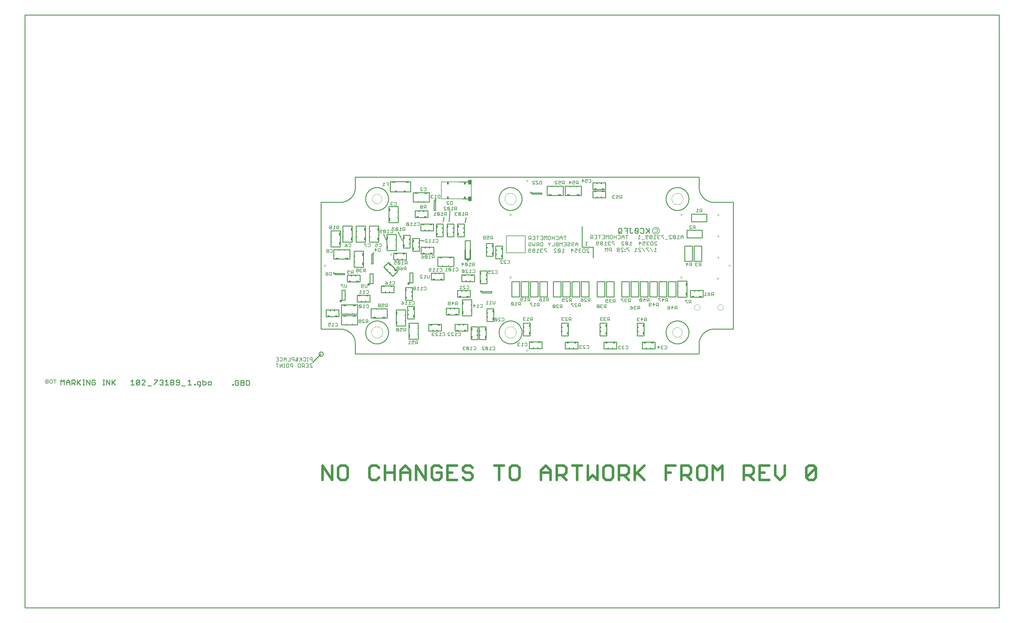
<source format=gbo>
G75*
%MOIN*%
%OFA0B0*%
%FSLAX24Y24*%
%IPPOS*%
%LPD*%
%AMOC8*
5,1,8,0,0,1.08239X$1,22.5*
%
%ADD10C,0.0100*%
%ADD11C,0.0000*%
%ADD12C,0.0300*%
%ADD13R,0.0150X0.0120*%
%ADD14R,0.0150X0.0290*%
%ADD15C,0.0070*%
%ADD16R,0.0110X0.0150*%
%ADD17R,0.0350X0.0150*%
%ADD18C,0.0080*%
%ADD19R,0.0120X0.0150*%
%ADD20R,0.0290X0.0150*%
%ADD21R,0.0150X0.0110*%
%ADD22R,0.0150X0.0350*%
%ADD23C,0.0150*%
%ADD24C,0.0300*%
%ADD25R,0.0197X0.0300*%
%ADD26R,0.0400X0.0550*%
%ADD27R,0.0230X0.0150*%
%ADD28C,0.0110*%
D10*
X005500Y000500D02*
X120450Y000500D01*
X120450Y070450D01*
X005500Y070450D01*
X005500Y000500D01*
X039450Y029450D02*
X040450Y030450D01*
X040200Y030450D02*
X040202Y030481D01*
X040208Y030512D01*
X040218Y030542D01*
X040231Y030570D01*
X040248Y030597D01*
X040268Y030621D01*
X040291Y030643D01*
X040316Y030661D01*
X040344Y030676D01*
X040373Y030688D01*
X040403Y030696D01*
X040434Y030700D01*
X040466Y030700D01*
X040497Y030696D01*
X040527Y030688D01*
X040556Y030676D01*
X040584Y030661D01*
X040609Y030643D01*
X040632Y030621D01*
X040652Y030597D01*
X040669Y030570D01*
X040682Y030542D01*
X040692Y030512D01*
X040698Y030481D01*
X040700Y030450D01*
X040698Y030419D01*
X040692Y030388D01*
X040682Y030358D01*
X040669Y030330D01*
X040652Y030303D01*
X040632Y030279D01*
X040609Y030257D01*
X040584Y030239D01*
X040556Y030224D01*
X040527Y030212D01*
X040497Y030204D01*
X040466Y030200D01*
X040434Y030200D01*
X040403Y030204D01*
X040373Y030212D01*
X040344Y030224D01*
X040316Y030239D01*
X040291Y030257D01*
X040268Y030279D01*
X040248Y030303D01*
X040231Y030330D01*
X040218Y030358D01*
X040208Y030388D01*
X040202Y030419D01*
X040200Y030450D01*
X042714Y033403D02*
X042796Y033401D01*
X042877Y033395D01*
X042959Y033386D01*
X043040Y033373D01*
X043120Y033356D01*
X043199Y033335D01*
X043277Y033311D01*
X043354Y033283D01*
X043430Y033252D01*
X043504Y033217D01*
X043576Y033179D01*
X043647Y033138D01*
X043715Y033093D01*
X043782Y033045D01*
X043846Y032994D01*
X043908Y032941D01*
X043967Y032884D01*
X044024Y032825D01*
X044077Y032763D01*
X044128Y032699D01*
X044176Y032632D01*
X044221Y032564D01*
X044262Y032493D01*
X044300Y032421D01*
X044335Y032347D01*
X044366Y032271D01*
X044394Y032194D01*
X044418Y032116D01*
X044439Y032037D01*
X044456Y031957D01*
X044469Y031876D01*
X044478Y031794D01*
X044484Y031713D01*
X044486Y031631D01*
X044485Y031631D02*
X044485Y030450D01*
X085037Y030450D01*
X085037Y031631D01*
X085037Y030450D01*
X044485Y030450D01*
X044485Y031631D01*
X044486Y031631D02*
X044484Y031713D01*
X044478Y031794D01*
X044469Y031876D01*
X044456Y031957D01*
X044439Y032037D01*
X044418Y032116D01*
X044394Y032194D01*
X044366Y032271D01*
X044335Y032347D01*
X044300Y032421D01*
X044262Y032493D01*
X044221Y032564D01*
X044176Y032632D01*
X044128Y032699D01*
X044077Y032763D01*
X044024Y032825D01*
X043967Y032884D01*
X043908Y032941D01*
X043846Y032994D01*
X043782Y033045D01*
X043715Y033093D01*
X043647Y033138D01*
X043576Y033179D01*
X043504Y033217D01*
X043430Y033252D01*
X043354Y033283D01*
X043277Y033311D01*
X043199Y033335D01*
X043120Y033356D01*
X043040Y033373D01*
X042959Y033386D01*
X042877Y033395D01*
X042796Y033401D01*
X042714Y033403D01*
X040450Y033403D01*
X040450Y048363D01*
X042714Y048363D01*
X040450Y048363D01*
X040450Y033403D01*
X042714Y033403D01*
X042850Y033900D02*
X042850Y035000D01*
X044750Y035000D01*
X044750Y033900D01*
X042850Y033900D01*
X042550Y034850D02*
X042550Y035650D01*
X041050Y035650D01*
X041050Y034850D01*
X042550Y034850D01*
X042850Y035150D02*
X042850Y036250D01*
X044750Y036250D01*
X044750Y035150D01*
X042850Y035150D01*
X042920Y036809D02*
X043283Y036809D01*
X043283Y037994D01*
X042920Y037994D01*
X042920Y036809D01*
X044700Y036600D02*
X044700Y037400D01*
X046200Y037400D01*
X046200Y036600D01*
X044700Y036600D01*
X046350Y035800D02*
X046350Y034700D01*
X048250Y034700D01*
X048250Y035800D01*
X046350Y035800D01*
X047550Y037700D02*
X047550Y038500D01*
X049050Y038500D01*
X049050Y037700D01*
X047550Y037700D01*
X046583Y038759D02*
X046220Y038759D01*
X046220Y039944D01*
X046583Y039944D01*
X046583Y038759D01*
X045050Y038950D02*
X045050Y039750D01*
X043550Y039750D01*
X043550Y038950D01*
X045050Y038950D01*
X045450Y040700D02*
X044350Y040700D01*
X044350Y042600D01*
X045450Y042600D01*
X045450Y040700D01*
X046421Y041090D02*
X046579Y041090D01*
X046579Y042230D01*
X046421Y042230D01*
X046421Y041090D01*
X047837Y040697D02*
X048403Y041263D01*
X049463Y040203D01*
X048897Y039637D01*
X047837Y040697D01*
X049000Y041550D02*
X049000Y042350D01*
X050500Y042350D01*
X050500Y041550D01*
X049000Y041550D01*
X049300Y042650D02*
X048200Y042650D01*
X048200Y044550D01*
X049300Y044550D01*
X049300Y042650D01*
X050150Y042950D02*
X050950Y042950D01*
X050950Y044450D01*
X050150Y044450D01*
X050150Y042950D01*
X050000Y043850D02*
X049550Y044850D01*
X051250Y044100D02*
X051250Y042600D01*
X052050Y042600D01*
X052050Y044100D01*
X051250Y044100D01*
X052100Y043850D02*
X052600Y043800D01*
X052250Y043050D02*
X052250Y042250D01*
X053750Y042250D01*
X053750Y043050D01*
X052250Y043050D01*
X054050Y044300D02*
X054850Y044300D01*
X054850Y045800D01*
X054050Y045800D01*
X054050Y044300D01*
X053700Y045000D02*
X052200Y045000D01*
X052200Y045800D01*
X053700Y045800D01*
X053700Y045000D01*
X055300Y044300D02*
X056100Y044300D01*
X056100Y045800D01*
X055300Y045800D01*
X055300Y044300D01*
X056550Y044300D02*
X057350Y044300D01*
X057350Y045800D01*
X056550Y045800D01*
X056550Y044300D01*
X057450Y043830D02*
X057450Y042715D01*
X058050Y042765D02*
X058050Y043830D01*
X057450Y043830D01*
X059950Y043500D02*
X059950Y042000D01*
X060750Y042000D01*
X060750Y043500D01*
X059950Y043500D01*
X061050Y043200D02*
X061850Y043200D01*
X061850Y041700D01*
X061050Y041700D01*
X061050Y043200D01*
X057900Y041635D02*
X057750Y041435D01*
X057600Y041635D01*
X056100Y041900D02*
X056100Y040800D01*
X054200Y040800D01*
X054200Y041900D01*
X056100Y041900D01*
X054950Y040000D02*
X053450Y040000D01*
X053450Y039200D01*
X054950Y039200D01*
X054950Y040000D01*
X057050Y039800D02*
X057050Y039000D01*
X058550Y039000D01*
X058550Y039800D01*
X057050Y039800D01*
X056550Y037950D02*
X056550Y037150D01*
X058050Y037150D01*
X058050Y037950D01*
X056550Y037950D01*
X057100Y036850D02*
X057100Y034950D01*
X058200Y034950D01*
X058200Y036850D01*
X057100Y036850D01*
X056700Y035850D02*
X056700Y035050D01*
X055200Y035050D01*
X055200Y035850D01*
X056700Y035850D01*
X056250Y033950D02*
X056250Y033150D01*
X057750Y033150D01*
X057750Y033950D01*
X056250Y033950D01*
X054650Y033950D02*
X054650Y033150D01*
X053150Y033150D01*
X053150Y033950D01*
X054650Y033950D01*
X051900Y034100D02*
X051900Y032200D01*
X050800Y032200D01*
X050800Y034100D01*
X051900Y034100D01*
X051450Y034600D02*
X051450Y036100D01*
X050650Y036100D01*
X050650Y034600D01*
X051450Y034600D01*
X050400Y033750D02*
X049300Y033750D01*
X049300Y035650D01*
X050400Y035650D01*
X050400Y033750D01*
X045694Y033009D02*
X045696Y033082D01*
X045702Y033155D01*
X045712Y033227D01*
X045726Y033299D01*
X045743Y033370D01*
X045765Y033440D01*
X045790Y033509D01*
X045819Y033576D01*
X045851Y033641D01*
X045887Y033705D01*
X045927Y033767D01*
X045969Y033826D01*
X046015Y033883D01*
X046064Y033937D01*
X046116Y033989D01*
X046170Y034038D01*
X046227Y034084D01*
X046286Y034126D01*
X046348Y034166D01*
X046412Y034202D01*
X046477Y034234D01*
X046544Y034263D01*
X046613Y034288D01*
X046683Y034310D01*
X046754Y034327D01*
X046826Y034341D01*
X046898Y034351D01*
X046971Y034357D01*
X047044Y034359D01*
X047117Y034357D01*
X047190Y034351D01*
X047262Y034341D01*
X047334Y034327D01*
X047405Y034310D01*
X047475Y034288D01*
X047544Y034263D01*
X047611Y034234D01*
X047676Y034202D01*
X047740Y034166D01*
X047802Y034126D01*
X047861Y034084D01*
X047918Y034038D01*
X047972Y033989D01*
X048024Y033937D01*
X048073Y033883D01*
X048119Y033826D01*
X048161Y033767D01*
X048201Y033705D01*
X048237Y033641D01*
X048269Y033576D01*
X048298Y033509D01*
X048323Y033440D01*
X048345Y033370D01*
X048362Y033299D01*
X048376Y033227D01*
X048386Y033155D01*
X048392Y033082D01*
X048394Y033009D01*
X048392Y032936D01*
X048386Y032863D01*
X048376Y032791D01*
X048362Y032719D01*
X048345Y032648D01*
X048323Y032578D01*
X048298Y032509D01*
X048269Y032442D01*
X048237Y032377D01*
X048201Y032313D01*
X048161Y032251D01*
X048119Y032192D01*
X048073Y032135D01*
X048024Y032081D01*
X047972Y032029D01*
X047918Y031980D01*
X047861Y031934D01*
X047802Y031892D01*
X047740Y031852D01*
X047676Y031816D01*
X047611Y031784D01*
X047544Y031755D01*
X047475Y031730D01*
X047405Y031708D01*
X047334Y031691D01*
X047262Y031677D01*
X047190Y031667D01*
X047117Y031661D01*
X047044Y031659D01*
X046971Y031661D01*
X046898Y031667D01*
X046826Y031677D01*
X046754Y031691D01*
X046683Y031708D01*
X046613Y031730D01*
X046544Y031755D01*
X046477Y031784D01*
X046412Y031816D01*
X046348Y031852D01*
X046286Y031892D01*
X046227Y031934D01*
X046170Y031980D01*
X046116Y032029D01*
X046064Y032081D01*
X046015Y032135D01*
X045969Y032192D01*
X045927Y032251D01*
X045887Y032313D01*
X045851Y032377D01*
X045819Y032442D01*
X045790Y032509D01*
X045765Y032578D01*
X045743Y032648D01*
X045726Y032719D01*
X045712Y032791D01*
X045702Y032863D01*
X045696Y032936D01*
X045694Y033009D01*
X050400Y036800D02*
X051200Y036800D01*
X051200Y038300D01*
X050400Y038300D01*
X050400Y036800D01*
X050920Y038859D02*
X051283Y038859D01*
X051283Y040044D01*
X050920Y040044D01*
X050920Y038859D01*
X048150Y043900D02*
X047800Y044600D01*
X047250Y043650D02*
X046150Y043650D01*
X046150Y045550D01*
X047250Y045550D01*
X047250Y043650D01*
X045690Y043650D02*
X045690Y045550D01*
X044590Y045550D01*
X044590Y043650D01*
X045690Y043650D01*
X044100Y043650D02*
X044100Y045550D01*
X043000Y045550D01*
X043000Y043650D01*
X044100Y043650D01*
X043850Y042750D02*
X043850Y041650D01*
X041950Y041650D01*
X041950Y042750D01*
X043850Y042750D01*
X042700Y043100D02*
X042700Y045000D01*
X041600Y045000D01*
X041600Y043100D01*
X042700Y043100D01*
X043210Y039979D02*
X042070Y039979D01*
X042070Y039821D01*
X043210Y039821D01*
X043210Y039979D01*
X048450Y045950D02*
X049550Y045950D01*
X049550Y047850D01*
X048450Y047850D01*
X048450Y045950D01*
X051550Y046550D02*
X053050Y046550D01*
X053050Y047350D01*
X051550Y047350D01*
X051550Y046550D01*
X053771Y047390D02*
X053929Y047390D01*
X053929Y048530D01*
X053771Y048530D01*
X053771Y047390D01*
X054950Y046600D02*
X054850Y046050D01*
X055550Y046050D02*
X055650Y047350D01*
X057550Y046550D02*
X057450Y045950D01*
X057150Y048750D02*
X058160Y048750D01*
X058160Y050750D02*
X056750Y050750D01*
X053200Y049500D02*
X053200Y048400D01*
X051300Y048400D01*
X051300Y049500D01*
X053200Y049500D01*
X051000Y049600D02*
X051000Y050800D01*
X048600Y050800D01*
X048600Y049600D01*
X051000Y049600D01*
X045694Y048757D02*
X045696Y048830D01*
X045702Y048903D01*
X045712Y048975D01*
X045726Y049047D01*
X045743Y049118D01*
X045765Y049188D01*
X045790Y049257D01*
X045819Y049324D01*
X045851Y049389D01*
X045887Y049453D01*
X045927Y049515D01*
X045969Y049574D01*
X046015Y049631D01*
X046064Y049685D01*
X046116Y049737D01*
X046170Y049786D01*
X046227Y049832D01*
X046286Y049874D01*
X046348Y049914D01*
X046412Y049950D01*
X046477Y049982D01*
X046544Y050011D01*
X046613Y050036D01*
X046683Y050058D01*
X046754Y050075D01*
X046826Y050089D01*
X046898Y050099D01*
X046971Y050105D01*
X047044Y050107D01*
X047117Y050105D01*
X047190Y050099D01*
X047262Y050089D01*
X047334Y050075D01*
X047405Y050058D01*
X047475Y050036D01*
X047544Y050011D01*
X047611Y049982D01*
X047676Y049950D01*
X047740Y049914D01*
X047802Y049874D01*
X047861Y049832D01*
X047918Y049786D01*
X047972Y049737D01*
X048024Y049685D01*
X048073Y049631D01*
X048119Y049574D01*
X048161Y049515D01*
X048201Y049453D01*
X048237Y049389D01*
X048269Y049324D01*
X048298Y049257D01*
X048323Y049188D01*
X048345Y049118D01*
X048362Y049047D01*
X048376Y048975D01*
X048386Y048903D01*
X048392Y048830D01*
X048394Y048757D01*
X048392Y048684D01*
X048386Y048611D01*
X048376Y048539D01*
X048362Y048467D01*
X048345Y048396D01*
X048323Y048326D01*
X048298Y048257D01*
X048269Y048190D01*
X048237Y048125D01*
X048201Y048061D01*
X048161Y047999D01*
X048119Y047940D01*
X048073Y047883D01*
X048024Y047829D01*
X047972Y047777D01*
X047918Y047728D01*
X047861Y047682D01*
X047802Y047640D01*
X047740Y047600D01*
X047676Y047564D01*
X047611Y047532D01*
X047544Y047503D01*
X047475Y047478D01*
X047405Y047456D01*
X047334Y047439D01*
X047262Y047425D01*
X047190Y047415D01*
X047117Y047409D01*
X047044Y047407D01*
X046971Y047409D01*
X046898Y047415D01*
X046826Y047425D01*
X046754Y047439D01*
X046683Y047456D01*
X046613Y047478D01*
X046544Y047503D01*
X046477Y047532D01*
X046412Y047564D01*
X046348Y047600D01*
X046286Y047640D01*
X046227Y047682D01*
X046170Y047728D01*
X046116Y047777D01*
X046064Y047829D01*
X046015Y047883D01*
X045969Y047940D01*
X045927Y047999D01*
X045887Y048061D01*
X045851Y048125D01*
X045819Y048190D01*
X045790Y048257D01*
X045765Y048326D01*
X045743Y048396D01*
X045726Y048467D01*
X045712Y048539D01*
X045702Y048611D01*
X045696Y048684D01*
X045694Y048757D01*
X044485Y050135D02*
X044485Y051316D01*
X085037Y051316D01*
X085037Y050135D01*
X085037Y051316D01*
X044485Y051316D01*
X044485Y050135D01*
X044486Y050135D02*
X044484Y050053D01*
X044478Y049972D01*
X044469Y049890D01*
X044456Y049809D01*
X044439Y049729D01*
X044418Y049650D01*
X044394Y049572D01*
X044366Y049495D01*
X044335Y049419D01*
X044300Y049345D01*
X044262Y049273D01*
X044221Y049202D01*
X044176Y049134D01*
X044128Y049067D01*
X044077Y049003D01*
X044024Y048941D01*
X043967Y048882D01*
X043908Y048825D01*
X043846Y048772D01*
X043782Y048721D01*
X043715Y048673D01*
X043647Y048628D01*
X043576Y048587D01*
X043504Y048549D01*
X043430Y048514D01*
X043354Y048483D01*
X043277Y048455D01*
X043199Y048431D01*
X043120Y048410D01*
X043040Y048393D01*
X042959Y048380D01*
X042877Y048371D01*
X042796Y048365D01*
X042714Y048363D01*
X042796Y048365D01*
X042877Y048371D01*
X042959Y048380D01*
X043040Y048393D01*
X043120Y048410D01*
X043199Y048431D01*
X043277Y048455D01*
X043354Y048483D01*
X043430Y048514D01*
X043504Y048549D01*
X043576Y048587D01*
X043647Y048628D01*
X043715Y048673D01*
X043782Y048721D01*
X043846Y048772D01*
X043908Y048825D01*
X043967Y048882D01*
X044024Y048941D01*
X044077Y049003D01*
X044128Y049067D01*
X044176Y049134D01*
X044221Y049202D01*
X044262Y049273D01*
X044300Y049345D01*
X044335Y049419D01*
X044366Y049495D01*
X044394Y049572D01*
X044418Y049650D01*
X044439Y049729D01*
X044456Y049809D01*
X044469Y049890D01*
X044478Y049972D01*
X044484Y050053D01*
X044486Y050135D01*
X059200Y040250D02*
X059200Y038750D01*
X060000Y038750D01*
X060000Y040250D01*
X059200Y040250D01*
X059420Y037829D02*
X059420Y037671D01*
X060560Y037671D01*
X060560Y037829D01*
X059420Y037829D01*
X060000Y035800D02*
X060800Y035800D01*
X060800Y034300D01*
X060000Y034300D01*
X060000Y035800D01*
X059900Y033650D02*
X059100Y033650D01*
X059100Y032150D01*
X059900Y032150D01*
X059900Y033650D01*
X058950Y033650D02*
X058150Y033650D01*
X058150Y032150D01*
X058950Y032150D01*
X058950Y033650D01*
X061443Y033009D02*
X061445Y033082D01*
X061451Y033155D01*
X061461Y033227D01*
X061475Y033299D01*
X061492Y033370D01*
X061514Y033440D01*
X061539Y033509D01*
X061568Y033576D01*
X061600Y033641D01*
X061636Y033705D01*
X061676Y033767D01*
X061718Y033826D01*
X061764Y033883D01*
X061813Y033937D01*
X061865Y033989D01*
X061919Y034038D01*
X061976Y034084D01*
X062035Y034126D01*
X062097Y034166D01*
X062161Y034202D01*
X062226Y034234D01*
X062293Y034263D01*
X062362Y034288D01*
X062432Y034310D01*
X062503Y034327D01*
X062575Y034341D01*
X062647Y034351D01*
X062720Y034357D01*
X062793Y034359D01*
X062866Y034357D01*
X062939Y034351D01*
X063011Y034341D01*
X063083Y034327D01*
X063154Y034310D01*
X063224Y034288D01*
X063293Y034263D01*
X063360Y034234D01*
X063425Y034202D01*
X063489Y034166D01*
X063551Y034126D01*
X063610Y034084D01*
X063667Y034038D01*
X063721Y033989D01*
X063773Y033937D01*
X063822Y033883D01*
X063868Y033826D01*
X063910Y033767D01*
X063950Y033705D01*
X063986Y033641D01*
X064018Y033576D01*
X064047Y033509D01*
X064072Y033440D01*
X064094Y033370D01*
X064111Y033299D01*
X064125Y033227D01*
X064135Y033155D01*
X064141Y033082D01*
X064143Y033009D01*
X064141Y032936D01*
X064135Y032863D01*
X064125Y032791D01*
X064111Y032719D01*
X064094Y032648D01*
X064072Y032578D01*
X064047Y032509D01*
X064018Y032442D01*
X063986Y032377D01*
X063950Y032313D01*
X063910Y032251D01*
X063868Y032192D01*
X063822Y032135D01*
X063773Y032081D01*
X063721Y032029D01*
X063667Y031980D01*
X063610Y031934D01*
X063551Y031892D01*
X063489Y031852D01*
X063425Y031816D01*
X063360Y031784D01*
X063293Y031755D01*
X063224Y031730D01*
X063154Y031708D01*
X063083Y031691D01*
X063011Y031677D01*
X062939Y031667D01*
X062866Y031661D01*
X062793Y031659D01*
X062720Y031661D01*
X062647Y031667D01*
X062575Y031677D01*
X062503Y031691D01*
X062432Y031708D01*
X062362Y031730D01*
X062293Y031755D01*
X062226Y031784D01*
X062161Y031816D01*
X062097Y031852D01*
X062035Y031892D01*
X061976Y031934D01*
X061919Y031980D01*
X061865Y032029D01*
X061813Y032081D01*
X061764Y032135D01*
X061718Y032192D01*
X061676Y032251D01*
X061636Y032313D01*
X061600Y032377D01*
X061568Y032442D01*
X061539Y032509D01*
X061514Y032578D01*
X061492Y032648D01*
X061475Y032719D01*
X061461Y032791D01*
X061451Y032863D01*
X061445Y032936D01*
X061443Y033009D01*
X064300Y032600D02*
X065100Y032600D01*
X065100Y034100D01*
X064300Y034100D01*
X064300Y032600D01*
X065000Y031900D02*
X065000Y031100D01*
X066500Y031100D01*
X066500Y031900D01*
X065000Y031900D01*
X068800Y032600D02*
X068800Y034100D01*
X069600Y034100D01*
X069600Y032600D01*
X068800Y032600D01*
X069250Y031850D02*
X069250Y031050D01*
X070750Y031050D01*
X070750Y031850D01*
X069250Y031850D01*
X073350Y032600D02*
X073350Y034100D01*
X074150Y034100D01*
X074150Y032600D01*
X073350Y032600D01*
X073800Y031850D02*
X073800Y031050D01*
X075300Y031050D01*
X075300Y031850D01*
X073800Y031850D01*
X077750Y032600D02*
X077750Y034100D01*
X078550Y034100D01*
X078550Y032600D01*
X077750Y032600D01*
X078350Y031850D02*
X078350Y031050D01*
X079850Y031050D01*
X079850Y031850D01*
X078350Y031850D01*
X081128Y033009D02*
X081130Y033082D01*
X081136Y033155D01*
X081146Y033227D01*
X081160Y033299D01*
X081177Y033370D01*
X081199Y033440D01*
X081224Y033509D01*
X081253Y033576D01*
X081285Y033641D01*
X081321Y033705D01*
X081361Y033767D01*
X081403Y033826D01*
X081449Y033883D01*
X081498Y033937D01*
X081550Y033989D01*
X081604Y034038D01*
X081661Y034084D01*
X081720Y034126D01*
X081782Y034166D01*
X081846Y034202D01*
X081911Y034234D01*
X081978Y034263D01*
X082047Y034288D01*
X082117Y034310D01*
X082188Y034327D01*
X082260Y034341D01*
X082332Y034351D01*
X082405Y034357D01*
X082478Y034359D01*
X082551Y034357D01*
X082624Y034351D01*
X082696Y034341D01*
X082768Y034327D01*
X082839Y034310D01*
X082909Y034288D01*
X082978Y034263D01*
X083045Y034234D01*
X083110Y034202D01*
X083174Y034166D01*
X083236Y034126D01*
X083295Y034084D01*
X083352Y034038D01*
X083406Y033989D01*
X083458Y033937D01*
X083507Y033883D01*
X083553Y033826D01*
X083595Y033767D01*
X083635Y033705D01*
X083671Y033641D01*
X083703Y033576D01*
X083732Y033509D01*
X083757Y033440D01*
X083779Y033370D01*
X083796Y033299D01*
X083810Y033227D01*
X083820Y033155D01*
X083826Y033082D01*
X083828Y033009D01*
X083826Y032936D01*
X083820Y032863D01*
X083810Y032791D01*
X083796Y032719D01*
X083779Y032648D01*
X083757Y032578D01*
X083732Y032509D01*
X083703Y032442D01*
X083671Y032377D01*
X083635Y032313D01*
X083595Y032251D01*
X083553Y032192D01*
X083507Y032135D01*
X083458Y032081D01*
X083406Y032029D01*
X083352Y031980D01*
X083295Y031934D01*
X083236Y031892D01*
X083174Y031852D01*
X083110Y031816D01*
X083045Y031784D01*
X082978Y031755D01*
X082909Y031730D01*
X082839Y031708D01*
X082768Y031691D01*
X082696Y031677D01*
X082624Y031667D01*
X082551Y031661D01*
X082478Y031659D01*
X082405Y031661D01*
X082332Y031667D01*
X082260Y031677D01*
X082188Y031691D01*
X082117Y031708D01*
X082047Y031730D01*
X081978Y031755D01*
X081911Y031784D01*
X081846Y031816D01*
X081782Y031852D01*
X081720Y031892D01*
X081661Y031934D01*
X081604Y031980D01*
X081550Y032029D01*
X081498Y032081D01*
X081449Y032135D01*
X081403Y032192D01*
X081361Y032251D01*
X081321Y032313D01*
X081285Y032377D01*
X081253Y032442D01*
X081224Y032509D01*
X081199Y032578D01*
X081177Y032648D01*
X081160Y032719D01*
X081146Y032791D01*
X081136Y032863D01*
X081130Y032936D01*
X081128Y033009D01*
X086808Y033403D02*
X089072Y033403D01*
X089072Y048363D01*
X086808Y048363D01*
X089072Y048363D01*
X089072Y033403D01*
X086808Y033403D01*
X086726Y033401D01*
X086645Y033395D01*
X086563Y033386D01*
X086482Y033373D01*
X086402Y033356D01*
X086323Y033335D01*
X086245Y033311D01*
X086168Y033283D01*
X086092Y033252D01*
X086018Y033217D01*
X085946Y033179D01*
X085875Y033138D01*
X085807Y033093D01*
X085740Y033045D01*
X085676Y032994D01*
X085614Y032941D01*
X085555Y032884D01*
X085498Y032825D01*
X085445Y032763D01*
X085394Y032699D01*
X085346Y032632D01*
X085301Y032564D01*
X085260Y032493D01*
X085222Y032421D01*
X085187Y032347D01*
X085156Y032271D01*
X085128Y032194D01*
X085104Y032116D01*
X085083Y032037D01*
X085066Y031957D01*
X085053Y031876D01*
X085044Y031794D01*
X085038Y031713D01*
X085036Y031631D01*
X085038Y031713D01*
X085044Y031794D01*
X085053Y031876D01*
X085066Y031957D01*
X085083Y032037D01*
X085104Y032116D01*
X085128Y032194D01*
X085156Y032271D01*
X085187Y032347D01*
X085222Y032421D01*
X085260Y032493D01*
X085301Y032564D01*
X085346Y032632D01*
X085394Y032699D01*
X085445Y032763D01*
X085498Y032825D01*
X085555Y032884D01*
X085614Y032941D01*
X085676Y032994D01*
X085740Y033045D01*
X085807Y033093D01*
X085875Y033138D01*
X085946Y033179D01*
X086018Y033217D01*
X086092Y033252D01*
X086168Y033283D01*
X086245Y033311D01*
X086323Y033335D01*
X086402Y033356D01*
X086482Y033373D01*
X086563Y033386D01*
X086645Y033395D01*
X086726Y033401D01*
X086808Y033403D01*
X085500Y037150D02*
X084000Y037150D01*
X084000Y037950D01*
X085500Y037950D01*
X085500Y037150D01*
X083600Y037150D02*
X083600Y039050D01*
X082500Y039050D01*
X082500Y037150D01*
X083600Y037150D01*
X082300Y037200D02*
X081400Y037200D01*
X081400Y039000D01*
X082300Y039000D01*
X082300Y037200D01*
X081200Y037200D02*
X080300Y037200D01*
X080300Y039000D01*
X081200Y039000D01*
X081200Y037200D01*
X080100Y037200D02*
X079200Y037200D01*
X079200Y039000D01*
X080100Y039000D01*
X080100Y037200D01*
X079000Y037200D02*
X078100Y037200D01*
X078100Y039000D01*
X079000Y039000D01*
X079000Y037200D01*
X077900Y037200D02*
X077000Y037200D01*
X077000Y039000D01*
X077900Y039000D01*
X077900Y037200D01*
X076800Y037200D02*
X075900Y037200D01*
X075900Y039000D01*
X076800Y039000D01*
X076800Y037200D01*
X075000Y037200D02*
X074100Y037200D01*
X074100Y039000D01*
X075000Y039000D01*
X075000Y037200D01*
X073900Y037200D02*
X073000Y037200D01*
X073000Y039000D01*
X073900Y039000D01*
X073900Y037200D01*
X072050Y037200D02*
X072050Y039000D01*
X071150Y039000D01*
X071150Y037200D01*
X072050Y037200D01*
X070950Y037200D02*
X070050Y037200D01*
X070050Y039000D01*
X070950Y039000D01*
X070950Y037200D01*
X069850Y037200D02*
X068950Y037200D01*
X068950Y039000D01*
X069850Y039000D01*
X069850Y037200D01*
X068750Y037200D02*
X067850Y037200D01*
X067850Y039000D01*
X068750Y039000D01*
X068750Y037200D01*
X067150Y037200D02*
X066250Y037200D01*
X066250Y039000D01*
X067150Y039000D01*
X067150Y037200D01*
X066050Y037200D02*
X065150Y037200D01*
X065150Y039000D01*
X066050Y039000D01*
X066050Y037200D01*
X064950Y037200D02*
X064050Y037200D01*
X064050Y039000D01*
X064950Y039000D01*
X064950Y037200D01*
X063850Y037200D02*
X062950Y037200D01*
X062950Y039000D01*
X063850Y039000D01*
X063850Y037200D01*
X071250Y043050D02*
X072550Y043050D01*
X072550Y041800D01*
X071250Y043050D02*
X071250Y045500D01*
X072500Y048900D02*
X072500Y049700D01*
X074000Y049700D01*
X074000Y048900D01*
X072500Y048900D01*
X072500Y049850D02*
X074000Y049850D01*
X074000Y050650D01*
X072500Y050650D01*
X072500Y049850D01*
X071150Y050250D02*
X071150Y049150D01*
X069250Y049150D01*
X069250Y050250D01*
X071150Y050250D01*
X069000Y050250D02*
X069000Y049150D01*
X067100Y049150D01*
X067100Y050250D01*
X069000Y050250D01*
X066460Y049479D02*
X066460Y049321D01*
X065320Y049321D01*
X065320Y049479D01*
X066460Y049479D01*
X061443Y048757D02*
X061445Y048830D01*
X061451Y048903D01*
X061461Y048975D01*
X061475Y049047D01*
X061492Y049118D01*
X061514Y049188D01*
X061539Y049257D01*
X061568Y049324D01*
X061600Y049389D01*
X061636Y049453D01*
X061676Y049515D01*
X061718Y049574D01*
X061764Y049631D01*
X061813Y049685D01*
X061865Y049737D01*
X061919Y049786D01*
X061976Y049832D01*
X062035Y049874D01*
X062097Y049914D01*
X062161Y049950D01*
X062226Y049982D01*
X062293Y050011D01*
X062362Y050036D01*
X062432Y050058D01*
X062503Y050075D01*
X062575Y050089D01*
X062647Y050099D01*
X062720Y050105D01*
X062793Y050107D01*
X062866Y050105D01*
X062939Y050099D01*
X063011Y050089D01*
X063083Y050075D01*
X063154Y050058D01*
X063224Y050036D01*
X063293Y050011D01*
X063360Y049982D01*
X063425Y049950D01*
X063489Y049914D01*
X063551Y049874D01*
X063610Y049832D01*
X063667Y049786D01*
X063721Y049737D01*
X063773Y049685D01*
X063822Y049631D01*
X063868Y049574D01*
X063910Y049515D01*
X063950Y049453D01*
X063986Y049389D01*
X064018Y049324D01*
X064047Y049257D01*
X064072Y049188D01*
X064094Y049118D01*
X064111Y049047D01*
X064125Y048975D01*
X064135Y048903D01*
X064141Y048830D01*
X064143Y048757D01*
X064141Y048684D01*
X064135Y048611D01*
X064125Y048539D01*
X064111Y048467D01*
X064094Y048396D01*
X064072Y048326D01*
X064047Y048257D01*
X064018Y048190D01*
X063986Y048125D01*
X063950Y048061D01*
X063910Y047999D01*
X063868Y047940D01*
X063822Y047883D01*
X063773Y047829D01*
X063721Y047777D01*
X063667Y047728D01*
X063610Y047682D01*
X063551Y047640D01*
X063489Y047600D01*
X063425Y047564D01*
X063360Y047532D01*
X063293Y047503D01*
X063224Y047478D01*
X063154Y047456D01*
X063083Y047439D01*
X063011Y047425D01*
X062939Y047415D01*
X062866Y047409D01*
X062793Y047407D01*
X062720Y047409D01*
X062647Y047415D01*
X062575Y047425D01*
X062503Y047439D01*
X062432Y047456D01*
X062362Y047478D01*
X062293Y047503D01*
X062226Y047532D01*
X062161Y047564D01*
X062097Y047600D01*
X062035Y047640D01*
X061976Y047682D01*
X061919Y047728D01*
X061865Y047777D01*
X061813Y047829D01*
X061764Y047883D01*
X061718Y047940D01*
X061676Y047999D01*
X061636Y048061D01*
X061600Y048125D01*
X061568Y048190D01*
X061539Y048257D01*
X061514Y048326D01*
X061492Y048396D01*
X061475Y048467D01*
X061461Y048539D01*
X061451Y048611D01*
X061445Y048684D01*
X061443Y048757D01*
X081128Y048757D02*
X081130Y048830D01*
X081136Y048903D01*
X081146Y048975D01*
X081160Y049047D01*
X081177Y049118D01*
X081199Y049188D01*
X081224Y049257D01*
X081253Y049324D01*
X081285Y049389D01*
X081321Y049453D01*
X081361Y049515D01*
X081403Y049574D01*
X081449Y049631D01*
X081498Y049685D01*
X081550Y049737D01*
X081604Y049786D01*
X081661Y049832D01*
X081720Y049874D01*
X081782Y049914D01*
X081846Y049950D01*
X081911Y049982D01*
X081978Y050011D01*
X082047Y050036D01*
X082117Y050058D01*
X082188Y050075D01*
X082260Y050089D01*
X082332Y050099D01*
X082405Y050105D01*
X082478Y050107D01*
X082551Y050105D01*
X082624Y050099D01*
X082696Y050089D01*
X082768Y050075D01*
X082839Y050058D01*
X082909Y050036D01*
X082978Y050011D01*
X083045Y049982D01*
X083110Y049950D01*
X083174Y049914D01*
X083236Y049874D01*
X083295Y049832D01*
X083352Y049786D01*
X083406Y049737D01*
X083458Y049685D01*
X083507Y049631D01*
X083553Y049574D01*
X083595Y049515D01*
X083635Y049453D01*
X083671Y049389D01*
X083703Y049324D01*
X083732Y049257D01*
X083757Y049188D01*
X083779Y049118D01*
X083796Y049047D01*
X083810Y048975D01*
X083820Y048903D01*
X083826Y048830D01*
X083828Y048757D01*
X083826Y048684D01*
X083820Y048611D01*
X083810Y048539D01*
X083796Y048467D01*
X083779Y048396D01*
X083757Y048326D01*
X083732Y048257D01*
X083703Y048190D01*
X083671Y048125D01*
X083635Y048061D01*
X083595Y047999D01*
X083553Y047940D01*
X083507Y047883D01*
X083458Y047829D01*
X083406Y047777D01*
X083352Y047728D01*
X083295Y047682D01*
X083236Y047640D01*
X083174Y047600D01*
X083110Y047564D01*
X083045Y047532D01*
X082978Y047503D01*
X082909Y047478D01*
X082839Y047456D01*
X082768Y047439D01*
X082696Y047425D01*
X082624Y047415D01*
X082551Y047409D01*
X082478Y047407D01*
X082405Y047409D01*
X082332Y047415D01*
X082260Y047425D01*
X082188Y047439D01*
X082117Y047456D01*
X082047Y047478D01*
X081978Y047503D01*
X081911Y047532D01*
X081846Y047564D01*
X081782Y047600D01*
X081720Y047640D01*
X081661Y047682D01*
X081604Y047728D01*
X081550Y047777D01*
X081498Y047829D01*
X081449Y047883D01*
X081403Y047940D01*
X081361Y047999D01*
X081321Y048061D01*
X081285Y048125D01*
X081253Y048190D01*
X081224Y048257D01*
X081199Y048326D01*
X081177Y048396D01*
X081160Y048467D01*
X081146Y048539D01*
X081136Y048611D01*
X081130Y048684D01*
X081128Y048757D01*
X084150Y046950D02*
X084150Y046050D01*
X085950Y046050D01*
X085950Y046950D01*
X084150Y046950D01*
X083600Y045050D02*
X083600Y044150D01*
X085400Y044150D01*
X085400Y045050D01*
X083600Y045050D01*
X083350Y043200D02*
X084250Y043200D01*
X084250Y041400D01*
X083350Y041400D01*
X083350Y043200D01*
X084450Y043200D02*
X085350Y043200D01*
X085350Y041400D01*
X084450Y041400D01*
X084450Y043200D01*
X086808Y048363D02*
X086726Y048365D01*
X086645Y048371D01*
X086563Y048380D01*
X086482Y048393D01*
X086402Y048410D01*
X086323Y048431D01*
X086245Y048455D01*
X086168Y048483D01*
X086092Y048514D01*
X086018Y048549D01*
X085946Y048587D01*
X085875Y048628D01*
X085807Y048673D01*
X085740Y048721D01*
X085676Y048772D01*
X085614Y048825D01*
X085555Y048882D01*
X085498Y048941D01*
X085445Y049003D01*
X085394Y049067D01*
X085346Y049134D01*
X085301Y049202D01*
X085260Y049273D01*
X085222Y049345D01*
X085187Y049419D01*
X085156Y049495D01*
X085128Y049572D01*
X085104Y049650D01*
X085083Y049729D01*
X085066Y049809D01*
X085053Y049890D01*
X085044Y049972D01*
X085038Y050053D01*
X085036Y050135D01*
X085038Y050053D01*
X085044Y049972D01*
X085053Y049890D01*
X085066Y049809D01*
X085083Y049729D01*
X085104Y049650D01*
X085128Y049572D01*
X085156Y049495D01*
X085187Y049419D01*
X085222Y049345D01*
X085260Y049273D01*
X085301Y049202D01*
X085346Y049134D01*
X085394Y049067D01*
X085445Y049003D01*
X085498Y048941D01*
X085555Y048882D01*
X085614Y048825D01*
X085676Y048772D01*
X085740Y048721D01*
X085807Y048673D01*
X085875Y048628D01*
X085946Y048587D01*
X086018Y048549D01*
X086092Y048514D01*
X086168Y048483D01*
X086245Y048455D01*
X086323Y048431D01*
X086402Y048410D01*
X086482Y048393D01*
X086563Y048380D01*
X086645Y048371D01*
X086726Y048365D01*
X086808Y048363D01*
D11*
X087225Y046850D02*
X087227Y046867D01*
X087232Y046883D01*
X087241Y046897D01*
X087253Y046909D01*
X087267Y046918D01*
X087283Y046923D01*
X087300Y046925D01*
X087317Y046923D01*
X087333Y046918D01*
X087347Y046909D01*
X087359Y046897D01*
X087368Y046883D01*
X087373Y046867D01*
X087375Y046850D01*
X087373Y046833D01*
X087368Y046817D01*
X087359Y046803D01*
X087347Y046791D01*
X087333Y046782D01*
X087317Y046777D01*
X087300Y046775D01*
X087283Y046777D01*
X087267Y046782D01*
X087253Y046791D01*
X087241Y046803D01*
X087232Y046817D01*
X087227Y046833D01*
X087225Y046850D01*
X087225Y044350D02*
X087227Y044367D01*
X087232Y044383D01*
X087241Y044397D01*
X087253Y044409D01*
X087267Y044418D01*
X087283Y044423D01*
X087300Y044425D01*
X087317Y044423D01*
X087333Y044418D01*
X087347Y044409D01*
X087359Y044397D01*
X087368Y044383D01*
X087373Y044367D01*
X087375Y044350D01*
X087373Y044333D01*
X087368Y044317D01*
X087359Y044303D01*
X087347Y044291D01*
X087333Y044282D01*
X087317Y044277D01*
X087300Y044275D01*
X087283Y044277D01*
X087267Y044282D01*
X087253Y044291D01*
X087241Y044303D01*
X087232Y044317D01*
X087227Y044333D01*
X087225Y044350D01*
X087225Y041850D02*
X087227Y041867D01*
X087232Y041883D01*
X087241Y041897D01*
X087253Y041909D01*
X087267Y041918D01*
X087283Y041923D01*
X087300Y041925D01*
X087317Y041923D01*
X087333Y041918D01*
X087347Y041909D01*
X087359Y041897D01*
X087368Y041883D01*
X087373Y041867D01*
X087375Y041850D01*
X087373Y041833D01*
X087368Y041817D01*
X087359Y041803D01*
X087347Y041791D01*
X087333Y041782D01*
X087317Y041777D01*
X087300Y041775D01*
X087283Y041777D01*
X087267Y041782D01*
X087253Y041791D01*
X087241Y041803D01*
X087232Y041817D01*
X087227Y041833D01*
X087225Y041850D01*
X088549Y040883D02*
X088551Y040902D01*
X088557Y040920D01*
X088566Y040936D01*
X088579Y040950D01*
X088594Y040961D01*
X088611Y040969D01*
X088630Y040973D01*
X088648Y040973D01*
X088667Y040969D01*
X088684Y040961D01*
X088699Y040950D01*
X088712Y040936D01*
X088721Y040920D01*
X088727Y040902D01*
X088729Y040883D01*
X088727Y040864D01*
X088721Y040846D01*
X088712Y040830D01*
X088699Y040816D01*
X088684Y040805D01*
X088667Y040797D01*
X088648Y040793D01*
X088630Y040793D01*
X088611Y040797D01*
X088594Y040805D01*
X088579Y040816D01*
X088566Y040830D01*
X088557Y040846D01*
X088551Y040864D01*
X088549Y040883D01*
X087175Y039350D02*
X087177Y039367D01*
X087182Y039383D01*
X087191Y039397D01*
X087203Y039409D01*
X087217Y039418D01*
X087233Y039423D01*
X087250Y039425D01*
X087267Y039423D01*
X087283Y039418D01*
X087297Y039409D01*
X087309Y039397D01*
X087318Y039383D01*
X087323Y039367D01*
X087325Y039350D01*
X087323Y039333D01*
X087318Y039317D01*
X087309Y039303D01*
X087297Y039291D01*
X087283Y039282D01*
X087267Y039277D01*
X087250Y039275D01*
X087233Y039277D01*
X087217Y039282D01*
X087203Y039291D01*
X087191Y039303D01*
X087182Y039317D01*
X087177Y039333D01*
X087175Y039350D01*
X087237Y035950D02*
X087239Y035986D01*
X087245Y036022D01*
X087255Y036057D01*
X087268Y036091D01*
X087285Y036123D01*
X087305Y036153D01*
X087329Y036180D01*
X087355Y036205D01*
X087384Y036227D01*
X087415Y036246D01*
X087448Y036261D01*
X087482Y036273D01*
X087518Y036281D01*
X087554Y036285D01*
X087590Y036285D01*
X087626Y036281D01*
X087662Y036273D01*
X087696Y036261D01*
X087729Y036246D01*
X087760Y036227D01*
X087789Y036205D01*
X087815Y036180D01*
X087839Y036153D01*
X087859Y036123D01*
X087876Y036091D01*
X087889Y036057D01*
X087899Y036022D01*
X087905Y035986D01*
X087907Y035950D01*
X087905Y035914D01*
X087899Y035878D01*
X087889Y035843D01*
X087876Y035809D01*
X087859Y035777D01*
X087839Y035747D01*
X087815Y035720D01*
X087789Y035695D01*
X087760Y035673D01*
X087729Y035654D01*
X087696Y035639D01*
X087662Y035627D01*
X087626Y035619D01*
X087590Y035615D01*
X087554Y035615D01*
X087518Y035619D01*
X087482Y035627D01*
X087448Y035639D01*
X087415Y035654D01*
X087384Y035673D01*
X087355Y035695D01*
X087329Y035720D01*
X087305Y035747D01*
X087285Y035777D01*
X087268Y035809D01*
X087255Y035843D01*
X087245Y035878D01*
X087239Y035914D01*
X087237Y035950D01*
X084481Y035950D02*
X084483Y035986D01*
X084489Y036022D01*
X084499Y036057D01*
X084512Y036091D01*
X084529Y036123D01*
X084549Y036153D01*
X084573Y036180D01*
X084599Y036205D01*
X084628Y036227D01*
X084659Y036246D01*
X084692Y036261D01*
X084726Y036273D01*
X084762Y036281D01*
X084798Y036285D01*
X084834Y036285D01*
X084870Y036281D01*
X084906Y036273D01*
X084940Y036261D01*
X084973Y036246D01*
X085004Y036227D01*
X085033Y036205D01*
X085059Y036180D01*
X085083Y036153D01*
X085103Y036123D01*
X085120Y036091D01*
X085133Y036057D01*
X085143Y036022D01*
X085149Y035986D01*
X085151Y035950D01*
X085149Y035914D01*
X085143Y035878D01*
X085133Y035843D01*
X085120Y035809D01*
X085103Y035777D01*
X085083Y035747D01*
X085059Y035720D01*
X085033Y035695D01*
X085004Y035673D01*
X084973Y035654D01*
X084940Y035639D01*
X084906Y035627D01*
X084870Y035619D01*
X084834Y035615D01*
X084798Y035615D01*
X084762Y035619D01*
X084726Y035627D01*
X084692Y035639D01*
X084659Y035654D01*
X084628Y035673D01*
X084599Y035695D01*
X084573Y035720D01*
X084549Y035747D01*
X084529Y035777D01*
X084512Y035809D01*
X084499Y035843D01*
X084489Y035878D01*
X084483Y035914D01*
X084481Y035950D01*
X081903Y033009D02*
X081905Y033056D01*
X081911Y033104D01*
X081921Y033150D01*
X081934Y033196D01*
X081951Y033240D01*
X081972Y033283D01*
X081997Y033323D01*
X082024Y033362D01*
X082055Y033398D01*
X082089Y033432D01*
X082125Y033463D01*
X082164Y033490D01*
X082204Y033515D01*
X082247Y033536D01*
X082291Y033553D01*
X082337Y033566D01*
X082383Y033576D01*
X082431Y033582D01*
X082478Y033584D01*
X082525Y033582D01*
X082573Y033576D01*
X082619Y033566D01*
X082665Y033553D01*
X082709Y033536D01*
X082752Y033515D01*
X082792Y033490D01*
X082831Y033463D01*
X082867Y033432D01*
X082901Y033398D01*
X082932Y033362D01*
X082959Y033323D01*
X082984Y033283D01*
X083005Y033240D01*
X083022Y033196D01*
X083035Y033150D01*
X083045Y033104D01*
X083051Y033056D01*
X083053Y033009D01*
X083051Y032962D01*
X083045Y032914D01*
X083035Y032868D01*
X083022Y032822D01*
X083005Y032778D01*
X082984Y032735D01*
X082959Y032695D01*
X082932Y032656D01*
X082901Y032620D01*
X082867Y032586D01*
X082831Y032555D01*
X082792Y032528D01*
X082752Y032503D01*
X082709Y032482D01*
X082665Y032465D01*
X082619Y032452D01*
X082573Y032442D01*
X082525Y032436D01*
X082478Y032434D01*
X082431Y032436D01*
X082383Y032442D01*
X082337Y032452D01*
X082291Y032465D01*
X082247Y032482D01*
X082204Y032503D01*
X082164Y032528D01*
X082125Y032555D01*
X082089Y032586D01*
X082055Y032620D01*
X082024Y032656D01*
X081997Y032695D01*
X081972Y032735D01*
X081951Y032778D01*
X081934Y032822D01*
X081921Y032868D01*
X081911Y032914D01*
X081905Y032962D01*
X081903Y033009D01*
X082840Y039500D02*
X082842Y039519D01*
X082848Y039537D01*
X082857Y039553D01*
X082870Y039567D01*
X082885Y039578D01*
X082902Y039586D01*
X082921Y039590D01*
X082939Y039590D01*
X082958Y039586D01*
X082975Y039578D01*
X082990Y039567D01*
X083003Y039553D01*
X083012Y039537D01*
X083018Y039519D01*
X083020Y039500D01*
X083018Y039481D01*
X083012Y039463D01*
X083003Y039447D01*
X082990Y039433D01*
X082975Y039422D01*
X082958Y039414D01*
X082939Y039410D01*
X082921Y039410D01*
X082902Y039414D01*
X082885Y039422D01*
X082870Y039433D01*
X082857Y039447D01*
X082848Y039463D01*
X082842Y039481D01*
X082840Y039500D01*
X082840Y046900D02*
X082842Y046919D01*
X082848Y046937D01*
X082857Y046953D01*
X082870Y046967D01*
X082885Y046978D01*
X082902Y046986D01*
X082921Y046990D01*
X082939Y046990D01*
X082958Y046986D01*
X082975Y046978D01*
X082990Y046967D01*
X083003Y046953D01*
X083012Y046937D01*
X083018Y046919D01*
X083020Y046900D01*
X083018Y046881D01*
X083012Y046863D01*
X083003Y046847D01*
X082990Y046833D01*
X082975Y046822D01*
X082958Y046814D01*
X082939Y046810D01*
X082921Y046810D01*
X082902Y046814D01*
X082885Y046822D01*
X082870Y046833D01*
X082857Y046847D01*
X082848Y046863D01*
X082842Y046881D01*
X082840Y046900D01*
X081809Y048757D02*
X081811Y048808D01*
X081817Y048859D01*
X081827Y048909D01*
X081840Y048959D01*
X081858Y049007D01*
X081878Y049054D01*
X081903Y049099D01*
X081931Y049142D01*
X081962Y049183D01*
X081996Y049221D01*
X082033Y049256D01*
X082072Y049289D01*
X082114Y049319D01*
X082158Y049345D01*
X082204Y049367D01*
X082252Y049387D01*
X082301Y049402D01*
X082351Y049414D01*
X082401Y049422D01*
X082452Y049426D01*
X082504Y049426D01*
X082555Y049422D01*
X082605Y049414D01*
X082655Y049402D01*
X082704Y049387D01*
X082752Y049367D01*
X082798Y049345D01*
X082842Y049319D01*
X082884Y049289D01*
X082923Y049256D01*
X082960Y049221D01*
X082994Y049183D01*
X083025Y049142D01*
X083053Y049099D01*
X083078Y049054D01*
X083098Y049007D01*
X083116Y048959D01*
X083129Y048909D01*
X083139Y048859D01*
X083145Y048808D01*
X083147Y048757D01*
X083145Y048706D01*
X083139Y048655D01*
X083129Y048605D01*
X083116Y048555D01*
X083098Y048507D01*
X083078Y048460D01*
X083053Y048415D01*
X083025Y048372D01*
X082994Y048331D01*
X082960Y048293D01*
X082923Y048258D01*
X082884Y048225D01*
X082842Y048195D01*
X082798Y048169D01*
X082752Y048147D01*
X082704Y048127D01*
X082655Y048112D01*
X082605Y048100D01*
X082555Y048092D01*
X082504Y048088D01*
X082452Y048088D01*
X082401Y048092D01*
X082351Y048100D01*
X082301Y048112D01*
X082252Y048127D01*
X082204Y048147D01*
X082158Y048169D01*
X082114Y048195D01*
X082072Y048225D01*
X082033Y048258D01*
X081996Y048293D01*
X081962Y048331D01*
X081931Y048372D01*
X081903Y048415D01*
X081878Y048460D01*
X081858Y048507D01*
X081840Y048555D01*
X081827Y048605D01*
X081817Y048655D01*
X081811Y048706D01*
X081809Y048757D01*
X064671Y050883D02*
X064673Y050902D01*
X064679Y050920D01*
X064688Y050936D01*
X064701Y050950D01*
X064716Y050961D01*
X064733Y050969D01*
X064752Y050973D01*
X064770Y050973D01*
X064789Y050969D01*
X064806Y050961D01*
X064821Y050950D01*
X064834Y050936D01*
X064843Y050920D01*
X064849Y050902D01*
X064851Y050883D01*
X064849Y050864D01*
X064843Y050846D01*
X064834Y050830D01*
X064821Y050816D01*
X064806Y050805D01*
X064789Y050797D01*
X064770Y050793D01*
X064752Y050793D01*
X064733Y050797D01*
X064716Y050805D01*
X064701Y050816D01*
X064688Y050830D01*
X064679Y050846D01*
X064673Y050864D01*
X064671Y050883D01*
X062124Y048757D02*
X062126Y048808D01*
X062132Y048859D01*
X062142Y048909D01*
X062155Y048959D01*
X062173Y049007D01*
X062193Y049054D01*
X062218Y049099D01*
X062246Y049142D01*
X062277Y049183D01*
X062311Y049221D01*
X062348Y049256D01*
X062387Y049289D01*
X062429Y049319D01*
X062473Y049345D01*
X062519Y049367D01*
X062567Y049387D01*
X062616Y049402D01*
X062666Y049414D01*
X062716Y049422D01*
X062767Y049426D01*
X062819Y049426D01*
X062870Y049422D01*
X062920Y049414D01*
X062970Y049402D01*
X063019Y049387D01*
X063067Y049367D01*
X063113Y049345D01*
X063157Y049319D01*
X063199Y049289D01*
X063238Y049256D01*
X063275Y049221D01*
X063309Y049183D01*
X063340Y049142D01*
X063368Y049099D01*
X063393Y049054D01*
X063413Y049007D01*
X063431Y048959D01*
X063444Y048909D01*
X063454Y048859D01*
X063460Y048808D01*
X063462Y048757D01*
X063460Y048706D01*
X063454Y048655D01*
X063444Y048605D01*
X063431Y048555D01*
X063413Y048507D01*
X063393Y048460D01*
X063368Y048415D01*
X063340Y048372D01*
X063309Y048331D01*
X063275Y048293D01*
X063238Y048258D01*
X063199Y048225D01*
X063157Y048195D01*
X063113Y048169D01*
X063067Y048147D01*
X063019Y048127D01*
X062970Y048112D01*
X062920Y048100D01*
X062870Y048092D01*
X062819Y048088D01*
X062767Y048088D01*
X062716Y048092D01*
X062666Y048100D01*
X062616Y048112D01*
X062567Y048127D01*
X062519Y048147D01*
X062473Y048169D01*
X062429Y048195D01*
X062387Y048225D01*
X062348Y048258D01*
X062311Y048293D01*
X062277Y048331D01*
X062246Y048372D01*
X062218Y048415D01*
X062193Y048460D01*
X062173Y048507D01*
X062155Y048555D01*
X062142Y048605D01*
X062132Y048655D01*
X062126Y048706D01*
X062124Y048757D01*
X062680Y046900D02*
X062682Y046919D01*
X062688Y046937D01*
X062697Y046953D01*
X062710Y046967D01*
X062725Y046978D01*
X062742Y046986D01*
X062761Y046990D01*
X062779Y046990D01*
X062798Y046986D01*
X062815Y046978D01*
X062830Y046967D01*
X062843Y046953D01*
X062852Y046937D01*
X062858Y046919D01*
X062860Y046900D01*
X062858Y046881D01*
X062852Y046863D01*
X062843Y046847D01*
X062830Y046833D01*
X062815Y046822D01*
X062798Y046814D01*
X062779Y046810D01*
X062761Y046810D01*
X062742Y046814D01*
X062725Y046822D01*
X062710Y046833D01*
X062697Y046847D01*
X062688Y046863D01*
X062682Y046881D01*
X062680Y046900D01*
X062680Y039500D02*
X062682Y039519D01*
X062688Y039537D01*
X062697Y039553D01*
X062710Y039567D01*
X062725Y039578D01*
X062742Y039586D01*
X062761Y039590D01*
X062779Y039590D01*
X062798Y039586D01*
X062815Y039578D01*
X062830Y039567D01*
X062843Y039553D01*
X062852Y039537D01*
X062858Y039519D01*
X062860Y039500D01*
X062858Y039481D01*
X062852Y039463D01*
X062843Y039447D01*
X062830Y039433D01*
X062815Y039422D01*
X062798Y039414D01*
X062779Y039410D01*
X062761Y039410D01*
X062742Y039414D01*
X062725Y039422D01*
X062710Y039433D01*
X062697Y039447D01*
X062688Y039463D01*
X062682Y039481D01*
X062680Y039500D01*
X062124Y033009D02*
X062126Y033060D01*
X062132Y033111D01*
X062142Y033161D01*
X062155Y033211D01*
X062173Y033259D01*
X062193Y033306D01*
X062218Y033351D01*
X062246Y033394D01*
X062277Y033435D01*
X062311Y033473D01*
X062348Y033508D01*
X062387Y033541D01*
X062429Y033571D01*
X062473Y033597D01*
X062519Y033619D01*
X062567Y033639D01*
X062616Y033654D01*
X062666Y033666D01*
X062716Y033674D01*
X062767Y033678D01*
X062819Y033678D01*
X062870Y033674D01*
X062920Y033666D01*
X062970Y033654D01*
X063019Y033639D01*
X063067Y033619D01*
X063113Y033597D01*
X063157Y033571D01*
X063199Y033541D01*
X063238Y033508D01*
X063275Y033473D01*
X063309Y033435D01*
X063340Y033394D01*
X063368Y033351D01*
X063393Y033306D01*
X063413Y033259D01*
X063431Y033211D01*
X063444Y033161D01*
X063454Y033111D01*
X063460Y033060D01*
X063462Y033009D01*
X063460Y032958D01*
X063454Y032907D01*
X063444Y032857D01*
X063431Y032807D01*
X063413Y032759D01*
X063393Y032712D01*
X063368Y032667D01*
X063340Y032624D01*
X063309Y032583D01*
X063275Y032545D01*
X063238Y032510D01*
X063199Y032477D01*
X063157Y032447D01*
X063113Y032421D01*
X063067Y032399D01*
X063019Y032379D01*
X062970Y032364D01*
X062920Y032352D01*
X062870Y032344D01*
X062819Y032340D01*
X062767Y032340D01*
X062716Y032344D01*
X062666Y032352D01*
X062616Y032364D01*
X062567Y032379D01*
X062519Y032399D01*
X062473Y032421D01*
X062429Y032447D01*
X062387Y032477D01*
X062348Y032510D01*
X062311Y032545D01*
X062277Y032583D01*
X062246Y032624D01*
X062218Y032667D01*
X062193Y032712D01*
X062173Y032759D01*
X062155Y032807D01*
X062142Y032857D01*
X062132Y032907D01*
X062126Y032958D01*
X062124Y033009D01*
X064671Y030883D02*
X064673Y030902D01*
X064679Y030920D01*
X064688Y030936D01*
X064701Y030950D01*
X064716Y030961D01*
X064733Y030969D01*
X064752Y030973D01*
X064770Y030973D01*
X064789Y030969D01*
X064806Y030961D01*
X064821Y030950D01*
X064834Y030936D01*
X064843Y030920D01*
X064849Y030902D01*
X064851Y030883D01*
X064849Y030864D01*
X064843Y030846D01*
X064834Y030830D01*
X064821Y030816D01*
X064806Y030805D01*
X064789Y030797D01*
X064770Y030793D01*
X064752Y030793D01*
X064733Y030797D01*
X064716Y030805D01*
X064701Y030816D01*
X064688Y030830D01*
X064679Y030846D01*
X064673Y030864D01*
X064671Y030883D01*
X048610Y042200D02*
X048612Y042219D01*
X048618Y042237D01*
X048627Y042253D01*
X048640Y042267D01*
X048655Y042278D01*
X048672Y042286D01*
X048691Y042290D01*
X048709Y042290D01*
X048728Y042286D01*
X048745Y042278D01*
X048760Y042267D01*
X048773Y042253D01*
X048782Y042237D01*
X048788Y042219D01*
X048790Y042200D01*
X048788Y042181D01*
X048782Y042163D01*
X048773Y042147D01*
X048760Y042133D01*
X048745Y042122D01*
X048728Y042114D01*
X048709Y042110D01*
X048691Y042110D01*
X048672Y042114D01*
X048655Y042122D01*
X048640Y042133D01*
X048627Y042147D01*
X048618Y042163D01*
X048612Y042181D01*
X048610Y042200D01*
X040793Y040883D02*
X040795Y040902D01*
X040801Y040920D01*
X040810Y040936D01*
X040823Y040950D01*
X040838Y040961D01*
X040855Y040969D01*
X040874Y040973D01*
X040892Y040973D01*
X040911Y040969D01*
X040928Y040961D01*
X040943Y040950D01*
X040956Y040936D01*
X040965Y040920D01*
X040971Y040902D01*
X040973Y040883D01*
X040971Y040864D01*
X040965Y040846D01*
X040956Y040830D01*
X040943Y040816D01*
X040928Y040805D01*
X040911Y040797D01*
X040892Y040793D01*
X040874Y040793D01*
X040855Y040797D01*
X040838Y040805D01*
X040823Y040816D01*
X040810Y040830D01*
X040801Y040846D01*
X040795Y040864D01*
X040793Y040883D01*
X046375Y033009D02*
X046377Y033060D01*
X046383Y033111D01*
X046393Y033161D01*
X046406Y033211D01*
X046424Y033259D01*
X046444Y033306D01*
X046469Y033351D01*
X046497Y033394D01*
X046528Y033435D01*
X046562Y033473D01*
X046599Y033508D01*
X046638Y033541D01*
X046680Y033571D01*
X046724Y033597D01*
X046770Y033619D01*
X046818Y033639D01*
X046867Y033654D01*
X046917Y033666D01*
X046967Y033674D01*
X047018Y033678D01*
X047070Y033678D01*
X047121Y033674D01*
X047171Y033666D01*
X047221Y033654D01*
X047270Y033639D01*
X047318Y033619D01*
X047364Y033597D01*
X047408Y033571D01*
X047450Y033541D01*
X047489Y033508D01*
X047526Y033473D01*
X047560Y033435D01*
X047591Y033394D01*
X047619Y033351D01*
X047644Y033306D01*
X047664Y033259D01*
X047682Y033211D01*
X047695Y033161D01*
X047705Y033111D01*
X047711Y033060D01*
X047713Y033009D01*
X047711Y032958D01*
X047705Y032907D01*
X047695Y032857D01*
X047682Y032807D01*
X047664Y032759D01*
X047644Y032712D01*
X047619Y032667D01*
X047591Y032624D01*
X047560Y032583D01*
X047526Y032545D01*
X047489Y032510D01*
X047450Y032477D01*
X047408Y032447D01*
X047364Y032421D01*
X047318Y032399D01*
X047270Y032379D01*
X047221Y032364D01*
X047171Y032352D01*
X047121Y032344D01*
X047070Y032340D01*
X047018Y032340D01*
X046967Y032344D01*
X046917Y032352D01*
X046867Y032364D01*
X046818Y032379D01*
X046770Y032399D01*
X046724Y032421D01*
X046680Y032447D01*
X046638Y032477D01*
X046599Y032510D01*
X046562Y032545D01*
X046528Y032583D01*
X046497Y032624D01*
X046469Y032667D01*
X046444Y032712D01*
X046424Y032759D01*
X046406Y032807D01*
X046393Y032857D01*
X046383Y032907D01*
X046377Y032958D01*
X046375Y033009D01*
X046469Y048757D02*
X046471Y048804D01*
X046477Y048852D01*
X046487Y048898D01*
X046500Y048944D01*
X046517Y048988D01*
X046538Y049031D01*
X046563Y049071D01*
X046590Y049110D01*
X046621Y049146D01*
X046655Y049180D01*
X046691Y049211D01*
X046730Y049238D01*
X046770Y049263D01*
X046813Y049284D01*
X046857Y049301D01*
X046903Y049314D01*
X046949Y049324D01*
X046997Y049330D01*
X047044Y049332D01*
X047091Y049330D01*
X047139Y049324D01*
X047185Y049314D01*
X047231Y049301D01*
X047275Y049284D01*
X047318Y049263D01*
X047358Y049238D01*
X047397Y049211D01*
X047433Y049180D01*
X047467Y049146D01*
X047498Y049110D01*
X047525Y049071D01*
X047550Y049031D01*
X047571Y048988D01*
X047588Y048944D01*
X047601Y048898D01*
X047611Y048852D01*
X047617Y048804D01*
X047619Y048757D01*
X047617Y048710D01*
X047611Y048662D01*
X047601Y048616D01*
X047588Y048570D01*
X047571Y048526D01*
X047550Y048483D01*
X047525Y048443D01*
X047498Y048404D01*
X047467Y048368D01*
X047433Y048334D01*
X047397Y048303D01*
X047358Y048276D01*
X047318Y048251D01*
X047275Y048230D01*
X047231Y048213D01*
X047185Y048200D01*
X047139Y048190D01*
X047091Y048184D01*
X047044Y048182D01*
X046997Y048184D01*
X046949Y048190D01*
X046903Y048200D01*
X046857Y048213D01*
X046813Y048230D01*
X046770Y048251D01*
X046730Y048276D01*
X046691Y048303D01*
X046655Y048334D01*
X046621Y048368D01*
X046590Y048404D01*
X046563Y048443D01*
X046538Y048483D01*
X046517Y048526D01*
X046500Y048570D01*
X046487Y048616D01*
X046477Y048662D01*
X046471Y048710D01*
X046469Y048757D01*
D12*
X046408Y017301D02*
X046125Y017018D01*
X046125Y015884D01*
X046408Y015600D01*
X046975Y015600D01*
X047259Y015884D01*
X047966Y015600D02*
X047966Y017301D01*
X047259Y017018D02*
X046975Y017301D01*
X046408Y017301D01*
X047966Y016451D02*
X049101Y016451D01*
X049808Y016451D02*
X050942Y016451D01*
X050942Y016734D02*
X050942Y015600D01*
X051649Y015600D02*
X051649Y017301D01*
X052784Y015600D01*
X052784Y017301D01*
X053491Y017018D02*
X053491Y015884D01*
X053775Y015600D01*
X054342Y015600D01*
X054625Y015884D01*
X054625Y016451D01*
X054058Y016451D01*
X053491Y017018D02*
X053775Y017301D01*
X054342Y017301D01*
X054625Y017018D01*
X055333Y017301D02*
X055333Y015600D01*
X056467Y015600D01*
X057174Y015884D02*
X057458Y015600D01*
X058025Y015600D01*
X058308Y015884D01*
X058308Y016167D01*
X058025Y016451D01*
X057458Y016451D01*
X057174Y016734D01*
X057174Y017018D01*
X057458Y017301D01*
X058025Y017301D01*
X058308Y017018D01*
X056467Y017301D02*
X055333Y017301D01*
X055333Y016451D02*
X055900Y016451D01*
X050942Y016734D02*
X050375Y017301D01*
X049808Y016734D01*
X049808Y015600D01*
X049101Y015600D02*
X049101Y017301D01*
X043576Y017018D02*
X043576Y015884D01*
X043292Y015600D01*
X042725Y015600D01*
X042442Y015884D01*
X042442Y017018D01*
X042725Y017301D01*
X043292Y017301D01*
X043576Y017018D01*
X041734Y017301D02*
X041734Y015600D01*
X040600Y017301D01*
X040600Y015600D01*
X060857Y017301D02*
X061992Y017301D01*
X061424Y017301D02*
X061424Y015600D01*
X062699Y015884D02*
X062982Y015600D01*
X063550Y015600D01*
X063833Y015884D01*
X063833Y017018D01*
X063550Y017301D01*
X062982Y017301D01*
X062699Y017018D01*
X062699Y015884D01*
X066382Y015600D02*
X066382Y016734D01*
X066949Y017301D01*
X067516Y016734D01*
X067516Y015600D01*
X068224Y015600D02*
X068224Y017301D01*
X069074Y017301D01*
X069358Y017018D01*
X069358Y016451D01*
X069074Y016167D01*
X068224Y016167D01*
X068791Y016167D02*
X069358Y015600D01*
X070632Y015600D02*
X070632Y017301D01*
X070065Y017301D02*
X071199Y017301D01*
X071907Y017301D02*
X071907Y015600D01*
X072474Y016167D01*
X073041Y015600D01*
X073041Y017301D01*
X073748Y017018D02*
X073748Y015884D01*
X074032Y015600D01*
X074599Y015600D01*
X074883Y015884D01*
X074883Y017018D01*
X074599Y017301D01*
X074032Y017301D01*
X073748Y017018D01*
X075590Y017301D02*
X076441Y017301D01*
X076724Y017018D01*
X076724Y016451D01*
X076441Y016167D01*
X075590Y016167D01*
X075590Y015600D02*
X075590Y017301D01*
X076157Y016167D02*
X076724Y015600D01*
X077431Y015600D02*
X077431Y017301D01*
X077715Y016451D02*
X078566Y015600D01*
X077431Y016167D02*
X078566Y017301D01*
X081115Y017301D02*
X081115Y015600D01*
X081115Y016451D02*
X081682Y016451D01*
X081115Y017301D02*
X082249Y017301D01*
X082956Y017301D02*
X083807Y017301D01*
X084090Y017018D01*
X084090Y016451D01*
X083807Y016167D01*
X082956Y016167D01*
X082956Y015600D02*
X082956Y017301D01*
X083523Y016167D02*
X084090Y015600D01*
X084798Y015884D02*
X085081Y015600D01*
X085648Y015600D01*
X085932Y015884D01*
X085932Y017018D01*
X085648Y017301D01*
X085081Y017301D01*
X084798Y017018D01*
X084798Y015884D01*
X086639Y015600D02*
X086639Y017301D01*
X087206Y016734D01*
X087774Y017301D01*
X087774Y015600D01*
X090322Y015600D02*
X090322Y017301D01*
X091173Y017301D01*
X091457Y017018D01*
X091457Y016451D01*
X091173Y016167D01*
X090322Y016167D01*
X090890Y016167D02*
X091457Y015600D01*
X092164Y015600D02*
X093298Y015600D01*
X094006Y016167D02*
X094573Y015600D01*
X095140Y016167D01*
X095140Y017301D01*
X094006Y017301D02*
X094006Y016167D01*
X092731Y016451D02*
X092164Y016451D01*
X092164Y017301D02*
X092164Y015600D01*
X092164Y017301D02*
X093298Y017301D01*
X097689Y017018D02*
X097689Y015884D01*
X098823Y017018D01*
X098823Y015884D01*
X098540Y015600D01*
X097972Y015600D01*
X097689Y015884D01*
X097689Y017018D02*
X097972Y017301D01*
X098540Y017301D01*
X098823Y017018D01*
X067516Y016451D02*
X066382Y016451D01*
D13*
X059175Y032650D03*
X058875Y032650D03*
X058875Y033150D03*
X059175Y033150D03*
X060075Y034800D03*
X060075Y035300D03*
X064375Y033600D03*
X064375Y033100D03*
X068875Y033100D03*
X068875Y033600D03*
X073425Y033600D03*
X073425Y033100D03*
X077825Y033100D03*
X077825Y033600D03*
X061125Y042200D03*
X061125Y042700D03*
X060025Y042500D03*
X060025Y043000D03*
X057275Y044800D03*
X057275Y045300D03*
X056025Y045300D03*
X056025Y044800D03*
X054775Y044800D03*
X054775Y045300D03*
X051975Y043600D03*
X051975Y043100D03*
X050875Y043450D03*
X050875Y043950D03*
X059925Y039750D03*
X059925Y039250D03*
X051125Y037800D03*
X051125Y037300D03*
X050725Y035600D03*
X050725Y035100D03*
D14*
X051375Y034895D03*
X051375Y035805D03*
X050475Y037095D03*
X050475Y038005D03*
X051325Y042895D03*
X051325Y043805D03*
X050225Y044155D03*
X050225Y043245D03*
X054125Y044595D03*
X054125Y045505D03*
X055375Y045505D03*
X055375Y044595D03*
X056625Y044595D03*
X056625Y045505D03*
X060675Y043205D03*
X060675Y042295D03*
X061775Y041995D03*
X061775Y042905D03*
X059275Y039955D03*
X059275Y039045D03*
X060725Y035505D03*
X060725Y034595D03*
X059825Y033355D03*
X059825Y032445D03*
X058225Y032445D03*
X058225Y033355D03*
X065025Y033805D03*
X065025Y032895D03*
X069525Y032895D03*
X069525Y033805D03*
X074075Y033805D03*
X074075Y032895D03*
X078475Y032895D03*
X078475Y033805D03*
D15*
X078583Y034335D02*
X078710Y034462D01*
X078646Y034462D02*
X078837Y034462D01*
X078837Y034335D02*
X078837Y034715D01*
X078646Y034715D01*
X078583Y034652D01*
X078583Y034525D01*
X078646Y034462D01*
X078422Y034525D02*
X078232Y034715D01*
X078232Y034335D01*
X078169Y034525D02*
X078422Y034525D01*
X078008Y034398D02*
X077944Y034335D01*
X077818Y034335D01*
X077754Y034398D01*
X077754Y034462D01*
X077818Y034525D01*
X077881Y034525D01*
X077818Y034525D02*
X077754Y034589D01*
X077754Y034652D01*
X077818Y034715D01*
X077944Y034715D01*
X078008Y034652D01*
X078037Y035735D02*
X078037Y036115D01*
X077846Y036115D01*
X077783Y036052D01*
X077783Y035925D01*
X077846Y035862D01*
X078037Y035862D01*
X077910Y035862D02*
X077783Y035735D01*
X077622Y035798D02*
X077559Y035735D01*
X077432Y035735D01*
X077369Y035798D01*
X077369Y035862D01*
X077432Y035925D01*
X077495Y035925D01*
X077432Y035925D02*
X077369Y035989D01*
X077369Y036052D01*
X077432Y036115D01*
X077559Y036115D01*
X077622Y036052D01*
X077208Y035925D02*
X077018Y035925D01*
X076954Y035862D01*
X076954Y035798D01*
X077018Y035735D01*
X077144Y035735D01*
X077208Y035798D01*
X077208Y035925D01*
X077081Y036052D01*
X076954Y036115D01*
X076937Y036585D02*
X076937Y036965D01*
X076746Y036965D01*
X076683Y036902D01*
X076683Y036775D01*
X076746Y036712D01*
X076937Y036712D01*
X076810Y036712D02*
X076683Y036585D01*
X076522Y036648D02*
X076459Y036585D01*
X076332Y036585D01*
X076269Y036648D01*
X076269Y036712D01*
X076332Y036775D01*
X076395Y036775D01*
X076332Y036775D02*
X076269Y036839D01*
X076269Y036902D01*
X076332Y036965D01*
X076459Y036965D01*
X076522Y036902D01*
X076108Y036965D02*
X075854Y036965D01*
X075854Y036902D01*
X076108Y036648D01*
X076108Y036585D01*
X075137Y036535D02*
X075137Y036915D01*
X074946Y036915D01*
X074883Y036852D01*
X074883Y036725D01*
X074946Y036662D01*
X075137Y036662D01*
X075010Y036662D02*
X074883Y036535D01*
X074722Y036598D02*
X074659Y036535D01*
X074532Y036535D01*
X074469Y036598D01*
X074469Y036662D01*
X074532Y036725D01*
X074595Y036725D01*
X074532Y036725D02*
X074469Y036789D01*
X074469Y036852D01*
X074532Y036915D01*
X074659Y036915D01*
X074722Y036852D01*
X074308Y036852D02*
X074308Y036789D01*
X074244Y036725D01*
X074054Y036725D01*
X074054Y036598D02*
X074054Y036852D01*
X074118Y036915D01*
X074244Y036915D01*
X074308Y036852D01*
X074308Y036598D02*
X074244Y036535D01*
X074118Y036535D01*
X074054Y036598D01*
X074087Y036265D02*
X073896Y036265D01*
X073833Y036202D01*
X073833Y036075D01*
X073896Y036012D01*
X074087Y036012D01*
X074087Y035885D02*
X074087Y036265D01*
X073960Y036012D02*
X073833Y035885D01*
X073672Y035948D02*
X073609Y035885D01*
X073482Y035885D01*
X073419Y035948D01*
X073419Y036012D01*
X073482Y036075D01*
X073545Y036075D01*
X073482Y036075D02*
X073419Y036139D01*
X073419Y036202D01*
X073482Y036265D01*
X073609Y036265D01*
X073672Y036202D01*
X073258Y036202D02*
X073194Y036265D01*
X073068Y036265D01*
X073004Y036202D01*
X073258Y035948D01*
X073194Y035885D01*
X073068Y035885D01*
X073004Y035948D01*
X073004Y036202D01*
X073258Y036202D02*
X073258Y035948D01*
X073468Y034765D02*
X073404Y034702D01*
X073404Y034639D01*
X073468Y034575D01*
X073404Y034512D01*
X073404Y034448D01*
X073468Y034385D01*
X073594Y034385D01*
X073658Y034448D01*
X073819Y034448D02*
X073882Y034385D01*
X074009Y034385D01*
X074072Y034448D01*
X074233Y034385D02*
X074360Y034512D01*
X074296Y034512D02*
X074487Y034512D01*
X074487Y034385D02*
X074487Y034765D01*
X074296Y034765D01*
X074233Y034702D01*
X074233Y034575D01*
X074296Y034512D01*
X074072Y034702D02*
X074009Y034765D01*
X073882Y034765D01*
X073819Y034702D01*
X073819Y034639D01*
X073882Y034575D01*
X073819Y034512D01*
X073819Y034448D01*
X073882Y034575D02*
X073945Y034575D01*
X073658Y034702D02*
X073594Y034765D01*
X073468Y034765D01*
X073468Y034575D02*
X073531Y034575D01*
X071037Y036035D02*
X071037Y036415D01*
X070846Y036415D01*
X070783Y036352D01*
X070783Y036225D01*
X070846Y036162D01*
X071037Y036162D01*
X070910Y036162D02*
X070783Y036035D01*
X070622Y036035D02*
X070369Y036289D01*
X070369Y036352D01*
X070432Y036415D01*
X070559Y036415D01*
X070622Y036352D01*
X070622Y036035D02*
X070369Y036035D01*
X070208Y036035D02*
X070208Y036098D01*
X069954Y036352D01*
X069954Y036415D01*
X070208Y036415D01*
X069987Y036635D02*
X069987Y037015D01*
X069796Y037015D01*
X069733Y036952D01*
X069733Y036825D01*
X069796Y036762D01*
X069987Y036762D01*
X069860Y036762D02*
X069733Y036635D01*
X069572Y036635D02*
X069319Y036889D01*
X069319Y036952D01*
X069382Y037015D01*
X069509Y037015D01*
X069572Y036952D01*
X069572Y036635D02*
X069319Y036635D01*
X069158Y036698D02*
X069094Y036635D01*
X068968Y036635D01*
X068904Y036698D01*
X068904Y036952D01*
X068968Y037015D01*
X069094Y037015D01*
X069158Y036952D01*
X069158Y036889D01*
X069094Y036825D01*
X068904Y036825D01*
X068887Y036265D02*
X068696Y036265D01*
X068633Y036202D01*
X068633Y036075D01*
X068696Y036012D01*
X068887Y036012D01*
X068887Y035885D02*
X068887Y036265D01*
X068760Y036012D02*
X068633Y035885D01*
X068472Y035885D02*
X068219Y036139D01*
X068219Y036202D01*
X068282Y036265D01*
X068409Y036265D01*
X068472Y036202D01*
X068472Y035885D02*
X068219Y035885D01*
X068058Y035948D02*
X067804Y036202D01*
X067804Y035948D01*
X067868Y035885D01*
X067994Y035885D01*
X068058Y035948D01*
X068058Y036202D01*
X067994Y036265D01*
X067868Y036265D01*
X067804Y036202D01*
X067287Y036685D02*
X067287Y037065D01*
X067096Y037065D01*
X067033Y037002D01*
X067033Y036875D01*
X067096Y036812D01*
X067287Y036812D01*
X067160Y036812D02*
X067033Y036685D01*
X066872Y036685D02*
X066619Y036685D01*
X066745Y036685D02*
X066745Y037065D01*
X066872Y036939D01*
X066458Y036875D02*
X066268Y036875D01*
X066204Y036812D01*
X066204Y036748D01*
X066268Y036685D01*
X066394Y036685D01*
X066458Y036748D01*
X066458Y036875D01*
X066331Y037002D01*
X066204Y037065D01*
X066187Y036465D02*
X065996Y036465D01*
X065933Y036402D01*
X065933Y036275D01*
X065996Y036212D01*
X066187Y036212D01*
X066187Y036085D02*
X066187Y036465D01*
X066060Y036212D02*
X065933Y036085D01*
X065772Y036085D02*
X065519Y036085D01*
X065645Y036085D02*
X065645Y036465D01*
X065772Y036339D01*
X065358Y036465D02*
X065104Y036465D01*
X065104Y036402D01*
X065358Y036148D01*
X065358Y036085D01*
X065087Y036685D02*
X065087Y037065D01*
X064896Y037065D01*
X064833Y037002D01*
X064833Y036875D01*
X064896Y036812D01*
X065087Y036812D01*
X064960Y036812D02*
X064833Y036685D01*
X064672Y036685D02*
X064419Y036685D01*
X064545Y036685D02*
X064545Y037065D01*
X064672Y036939D01*
X064258Y036939D02*
X064194Y036875D01*
X064004Y036875D01*
X064004Y036748D02*
X064004Y037002D01*
X064068Y037065D01*
X064194Y037065D01*
X064258Y037002D01*
X064258Y036939D01*
X064258Y036748D02*
X064194Y036685D01*
X064068Y036685D01*
X064004Y036748D01*
X063987Y036565D02*
X063987Y036185D01*
X063987Y036312D02*
X063796Y036312D01*
X063733Y036375D01*
X063733Y036502D01*
X063796Y036565D01*
X063987Y036565D01*
X063860Y036312D02*
X063733Y036185D01*
X063572Y036185D02*
X063319Y036185D01*
X063445Y036185D02*
X063445Y036565D01*
X063572Y036439D01*
X063158Y036502D02*
X063094Y036565D01*
X062968Y036565D01*
X062904Y036502D01*
X063158Y036248D01*
X063094Y036185D01*
X062968Y036185D01*
X062904Y036248D01*
X062904Y036502D01*
X063158Y036502D02*
X063158Y036248D01*
X064368Y034765D02*
X064304Y034702D01*
X064304Y034639D01*
X064368Y034575D01*
X064304Y034512D01*
X064304Y034448D01*
X064368Y034385D01*
X064494Y034385D01*
X064558Y034448D01*
X064719Y034385D02*
X064972Y034385D01*
X064845Y034385D02*
X064845Y034765D01*
X064972Y034639D01*
X065133Y034702D02*
X065133Y034575D01*
X065196Y034512D01*
X065387Y034512D01*
X065387Y034385D02*
X065387Y034765D01*
X065196Y034765D01*
X065133Y034702D01*
X065260Y034512D02*
X065133Y034385D01*
X064558Y034702D02*
X064494Y034765D01*
X064368Y034765D01*
X064368Y034575D02*
X064431Y034575D01*
X062037Y034652D02*
X062037Y034398D01*
X061973Y034335D01*
X061846Y034335D01*
X061783Y034398D01*
X061622Y034335D02*
X061369Y034589D01*
X061369Y034652D01*
X061432Y034715D01*
X061559Y034715D01*
X061622Y034652D01*
X061783Y034652D02*
X061846Y034715D01*
X061973Y034715D01*
X062037Y034652D01*
X061622Y034335D02*
X061369Y034335D01*
X061208Y034398D02*
X060954Y034652D01*
X060954Y034398D01*
X061018Y034335D01*
X061144Y034335D01*
X061208Y034398D01*
X061208Y034652D01*
X061144Y034715D01*
X061018Y034715D01*
X060954Y034652D01*
X059487Y035998D02*
X059423Y035935D01*
X059296Y035935D01*
X059233Y035998D01*
X059072Y035935D02*
X058819Y035935D01*
X058945Y035935D02*
X058945Y036315D01*
X059072Y036189D01*
X059233Y036252D02*
X059296Y036315D01*
X059423Y036315D01*
X059487Y036252D01*
X059487Y035998D01*
X059904Y036335D02*
X060158Y036335D01*
X060031Y036335D02*
X060031Y036715D01*
X060158Y036589D01*
X060319Y036335D02*
X060572Y036335D01*
X060445Y036335D02*
X060445Y036715D01*
X060572Y036589D01*
X060733Y036715D02*
X060733Y036398D01*
X060796Y036335D01*
X060923Y036335D01*
X060987Y036398D01*
X060987Y036715D01*
X058658Y036125D02*
X058404Y036125D01*
X058468Y035935D02*
X058468Y036315D01*
X058658Y036125D01*
X056537Y036235D02*
X056537Y036615D01*
X056346Y036615D01*
X056283Y036552D01*
X056283Y036425D01*
X056346Y036362D01*
X056537Y036362D01*
X056410Y036362D02*
X056283Y036235D01*
X056122Y036425D02*
X055869Y036425D01*
X055708Y036362D02*
X055644Y036425D01*
X055518Y036425D01*
X055454Y036362D01*
X055454Y036298D01*
X055518Y036235D01*
X055644Y036235D01*
X055708Y036298D01*
X055708Y036362D01*
X055644Y036425D02*
X055708Y036489D01*
X055708Y036552D01*
X055644Y036615D01*
X055518Y036615D01*
X055454Y036552D01*
X055454Y036489D01*
X055518Y036425D01*
X055932Y036235D02*
X055932Y036615D01*
X056122Y036425D01*
X056804Y038135D02*
X057058Y038135D01*
X056931Y038135D02*
X056931Y038515D01*
X057058Y038389D01*
X057219Y038389D02*
X057219Y038452D01*
X057282Y038515D01*
X057409Y038515D01*
X057472Y038452D01*
X057633Y038452D02*
X057696Y038515D01*
X057823Y038515D01*
X057887Y038452D01*
X057887Y038198D01*
X057823Y038135D01*
X057696Y038135D01*
X057633Y038198D01*
X057472Y038135D02*
X057219Y038389D01*
X057219Y038135D02*
X057472Y038135D01*
X057511Y040035D02*
X057765Y040035D01*
X057511Y040289D01*
X057511Y040352D01*
X057575Y040415D01*
X057702Y040415D01*
X057765Y040352D01*
X058053Y040415D02*
X058053Y040035D01*
X058179Y040035D02*
X057926Y040035D01*
X058179Y040289D02*
X058053Y040415D01*
X058340Y040352D02*
X058404Y040415D01*
X058530Y040415D01*
X058594Y040352D01*
X058594Y040098D01*
X058530Y040035D01*
X058404Y040035D01*
X058340Y040098D01*
X058290Y040835D02*
X058417Y040962D01*
X058354Y040962D02*
X058544Y040962D01*
X058544Y040835D02*
X058544Y041215D01*
X058354Y041215D01*
X058290Y041152D01*
X058290Y041025D01*
X058354Y040962D01*
X058129Y041089D02*
X058003Y041215D01*
X058003Y040835D01*
X058129Y040835D02*
X057876Y040835D01*
X057715Y040898D02*
X057461Y041152D01*
X057461Y040898D01*
X057525Y040835D01*
X057652Y040835D01*
X057715Y040898D01*
X057715Y041152D01*
X057652Y041215D01*
X057525Y041215D01*
X057461Y041152D01*
X057301Y041025D02*
X057110Y041215D01*
X057110Y040835D01*
X057047Y041025D02*
X057301Y041025D01*
X057287Y040415D02*
X057160Y040415D01*
X057097Y040352D01*
X057351Y040098D01*
X057287Y040035D01*
X057160Y040035D01*
X057097Y040098D01*
X057097Y040352D01*
X057287Y040415D02*
X057351Y040352D01*
X057351Y040098D01*
X056594Y040298D02*
X056594Y040552D01*
X056530Y040615D01*
X056404Y040615D01*
X056340Y040552D01*
X056179Y040489D02*
X056053Y040615D01*
X056053Y040235D01*
X056179Y040235D02*
X055926Y040235D01*
X055765Y040298D02*
X055511Y040552D01*
X055511Y040298D01*
X055575Y040235D01*
X055702Y040235D01*
X055765Y040298D01*
X055765Y040552D01*
X055702Y040615D01*
X055575Y040615D01*
X055511Y040552D01*
X055351Y040489D02*
X055224Y040615D01*
X055224Y040235D01*
X055351Y040235D02*
X055097Y040235D01*
X054694Y040248D02*
X054630Y040185D01*
X054504Y040185D01*
X054440Y040248D01*
X054279Y040185D02*
X054026Y040185D01*
X054153Y040185D02*
X054153Y040565D01*
X054279Y040439D01*
X054440Y040502D02*
X054504Y040565D01*
X054630Y040565D01*
X054694Y040502D01*
X054694Y040248D01*
X053865Y040185D02*
X053611Y040185D01*
X053738Y040185D02*
X053738Y040565D01*
X053865Y040439D01*
X053451Y040439D02*
X053387Y040375D01*
X053197Y040375D01*
X053197Y040248D02*
X053197Y040502D01*
X053260Y040565D01*
X053387Y040565D01*
X053451Y040502D01*
X053451Y040439D01*
X053451Y040248D02*
X053387Y040185D01*
X053260Y040185D01*
X053197Y040248D01*
X053237Y039774D02*
X053237Y039457D01*
X053173Y039394D01*
X053046Y039394D01*
X052983Y039457D01*
X052983Y039774D01*
X052822Y039647D02*
X052695Y039774D01*
X052695Y039394D01*
X052569Y039394D02*
X052822Y039394D01*
X052408Y039394D02*
X052154Y039647D01*
X052154Y039711D01*
X052218Y039774D01*
X052344Y039774D01*
X052408Y039711D01*
X052408Y039394D02*
X052154Y039394D01*
X052303Y038365D02*
X052303Y037985D01*
X052429Y037985D02*
X052176Y037985D01*
X052015Y037985D02*
X051761Y037985D01*
X051888Y037985D02*
X051888Y038365D01*
X052015Y038239D01*
X052303Y038365D02*
X052429Y038239D01*
X052590Y038302D02*
X052654Y038365D01*
X052780Y038365D01*
X052844Y038302D01*
X052844Y038048D01*
X052780Y037985D01*
X052654Y037985D01*
X052590Y038048D01*
X051601Y038048D02*
X051601Y038112D01*
X051537Y038175D01*
X051410Y038175D01*
X051347Y038112D01*
X051347Y038048D01*
X051410Y037985D01*
X051537Y037985D01*
X051601Y038048D01*
X051537Y038175D02*
X051601Y038239D01*
X051601Y038302D01*
X051537Y038365D01*
X051410Y038365D01*
X051347Y038302D01*
X051347Y038239D01*
X051410Y038175D01*
X051380Y036665D02*
X051444Y036602D01*
X051444Y036348D01*
X051380Y036285D01*
X051254Y036285D01*
X051190Y036348D01*
X051029Y036285D02*
X050776Y036285D01*
X050903Y036285D02*
X050903Y036665D01*
X051029Y036539D01*
X051190Y036602D02*
X051254Y036665D01*
X051380Y036665D01*
X050615Y036539D02*
X050488Y036665D01*
X050488Y036285D01*
X050615Y036285D02*
X050361Y036285D01*
X050201Y036348D02*
X050137Y036285D01*
X050010Y036285D01*
X049947Y036348D01*
X049947Y036412D01*
X050010Y036475D01*
X050201Y036475D01*
X050201Y036348D01*
X050201Y036475D02*
X050074Y036602D01*
X049947Y036665D01*
X048287Y036365D02*
X048287Y035985D01*
X048287Y036112D02*
X048096Y036112D01*
X048033Y036175D01*
X048033Y036302D01*
X048096Y036365D01*
X048287Y036365D01*
X048160Y036112D02*
X048033Y035985D01*
X047872Y036048D02*
X047809Y035985D01*
X047682Y035985D01*
X047619Y036048D01*
X047619Y036175D01*
X047682Y036239D01*
X047745Y036239D01*
X047872Y036175D01*
X047872Y036365D01*
X047619Y036365D01*
X047458Y036302D02*
X047458Y036239D01*
X047394Y036175D01*
X047268Y036175D01*
X047204Y036112D01*
X047204Y036048D01*
X047268Y035985D01*
X047394Y035985D01*
X047458Y036048D01*
X047458Y036112D01*
X047394Y036175D01*
X047268Y036175D02*
X047204Y036239D01*
X047204Y036302D01*
X047268Y036365D01*
X047394Y036365D01*
X047458Y036302D01*
X046037Y036202D02*
X046037Y035948D01*
X045973Y035885D01*
X045846Y035885D01*
X045783Y035948D01*
X045622Y035885D02*
X045369Y035885D01*
X045495Y035885D02*
X045495Y036265D01*
X045622Y036139D01*
X045783Y036202D02*
X045846Y036265D01*
X045973Y036265D01*
X046037Y036202D01*
X045208Y036202D02*
X045144Y036265D01*
X045018Y036265D01*
X044954Y036202D01*
X045208Y035948D01*
X045144Y035885D01*
X045018Y035885D01*
X044954Y035948D01*
X044954Y036202D01*
X045208Y036202D02*
X045208Y035948D01*
X045094Y034515D02*
X044968Y034515D01*
X044904Y034452D01*
X044904Y034389D01*
X044968Y034325D01*
X045094Y034325D01*
X045158Y034389D01*
X045158Y034452D01*
X045094Y034515D01*
X045094Y034325D02*
X045158Y034262D01*
X045158Y034198D01*
X045094Y034135D01*
X044968Y034135D01*
X044904Y034198D01*
X044904Y034262D01*
X044968Y034325D01*
X045319Y034389D02*
X045319Y034452D01*
X045382Y034515D01*
X045509Y034515D01*
X045572Y034452D01*
X045733Y034452D02*
X045733Y034325D01*
X045796Y034262D01*
X045987Y034262D01*
X045987Y034135D02*
X045987Y034515D01*
X045796Y034515D01*
X045733Y034452D01*
X045860Y034262D02*
X045733Y034135D01*
X045572Y034135D02*
X045319Y034389D01*
X045319Y034135D02*
X045572Y034135D01*
X042387Y034052D02*
X042387Y033798D01*
X042323Y033735D01*
X042196Y033735D01*
X042133Y033798D01*
X041972Y033735D02*
X041719Y033735D01*
X041845Y033735D02*
X041845Y034115D01*
X041972Y033989D01*
X042133Y034052D02*
X042196Y034115D01*
X042323Y034115D01*
X042387Y034052D01*
X041558Y034115D02*
X041558Y033925D01*
X041431Y033989D01*
X041368Y033989D01*
X041304Y033925D01*
X041304Y033798D01*
X041368Y033735D01*
X041494Y033735D01*
X041558Y033798D01*
X041558Y034115D02*
X041304Y034115D01*
X044954Y037585D02*
X045208Y037585D01*
X045081Y037585D02*
X045081Y037965D01*
X045208Y037839D01*
X045369Y037585D02*
X045622Y037585D01*
X045495Y037585D02*
X045495Y037965D01*
X045622Y037839D01*
X045783Y037902D02*
X045846Y037965D01*
X045973Y037965D01*
X046037Y037902D01*
X046037Y037648D01*
X045973Y037585D01*
X045846Y037585D01*
X045783Y037648D01*
X045816Y038276D02*
X045689Y038276D01*
X045626Y038340D01*
X045626Y038657D01*
X045465Y038593D02*
X045465Y038530D01*
X045402Y038466D01*
X045211Y038466D01*
X045211Y038340D02*
X045211Y038593D01*
X045275Y038657D01*
X045402Y038657D01*
X045465Y038593D01*
X045465Y038340D02*
X045402Y038276D01*
X045275Y038276D01*
X045211Y038340D01*
X045816Y038276D02*
X045879Y038340D01*
X045879Y038657D01*
X043479Y038674D02*
X043479Y038357D01*
X043416Y038294D01*
X043289Y038294D01*
X043226Y038357D01*
X043226Y038674D01*
X043065Y038674D02*
X042811Y038674D01*
X042811Y038611D01*
X043065Y038357D01*
X043065Y038294D01*
X043625Y039935D02*
X043561Y039998D01*
X043561Y040252D01*
X043625Y040315D01*
X043752Y040315D01*
X043815Y040252D01*
X043815Y040189D01*
X043752Y040125D01*
X043561Y040125D01*
X043625Y039935D02*
X043752Y039935D01*
X043815Y039998D01*
X043976Y039935D02*
X044103Y040062D01*
X044039Y040062D02*
X044229Y040062D01*
X044229Y039935D02*
X044229Y040315D01*
X044039Y040315D01*
X043976Y040252D01*
X043976Y040125D01*
X044039Y040062D01*
X044604Y040198D02*
X044668Y040135D01*
X044794Y040135D01*
X044858Y040198D01*
X044858Y040262D01*
X044794Y040325D01*
X044668Y040325D01*
X044604Y040262D01*
X044604Y040198D01*
X044668Y040325D02*
X044604Y040389D01*
X044604Y040452D01*
X044668Y040515D01*
X044794Y040515D01*
X044858Y040452D01*
X044858Y040389D01*
X044794Y040325D01*
X045019Y040262D02*
X045082Y040325D01*
X045145Y040325D01*
X045082Y040325D02*
X045019Y040389D01*
X045019Y040452D01*
X045082Y040515D01*
X045209Y040515D01*
X045272Y040452D01*
X045433Y040452D02*
X045433Y040325D01*
X045496Y040262D01*
X045687Y040262D01*
X045687Y040135D02*
X045687Y040515D01*
X045496Y040515D01*
X045433Y040452D01*
X045560Y040262D02*
X045433Y040135D01*
X045272Y040198D02*
X045209Y040135D01*
X045082Y040135D01*
X045019Y040198D01*
X045019Y040262D01*
X048056Y039035D02*
X048183Y038971D01*
X048310Y038844D01*
X048120Y038844D01*
X048056Y038781D01*
X048056Y038718D01*
X048120Y038654D01*
X048247Y038654D01*
X048310Y038718D01*
X048310Y038844D01*
X048471Y038654D02*
X048724Y038654D01*
X048597Y038654D02*
X048597Y039035D01*
X048724Y038908D01*
X048885Y038971D02*
X048948Y039035D01*
X049075Y039035D01*
X049139Y038971D01*
X049139Y038718D01*
X049075Y038654D01*
X048948Y038654D01*
X048885Y038718D01*
X049469Y040357D02*
X049596Y040357D01*
X049659Y040421D01*
X049406Y040674D01*
X049406Y040421D01*
X049469Y040357D01*
X049659Y040421D02*
X049659Y040674D01*
X049596Y040738D01*
X049469Y040738D01*
X049406Y040674D01*
X049287Y041035D02*
X049351Y041098D01*
X049287Y041035D02*
X049160Y041035D01*
X049097Y041098D01*
X049097Y041225D01*
X049160Y041289D01*
X049224Y041289D01*
X049351Y041225D01*
X049351Y041415D01*
X049097Y041415D01*
X049511Y041352D02*
X049765Y041098D01*
X049702Y041035D01*
X049575Y041035D01*
X049511Y041098D01*
X049511Y041352D01*
X049575Y041415D01*
X049702Y041415D01*
X049765Y041352D01*
X049765Y041098D01*
X049926Y041035D02*
X050179Y041035D01*
X050053Y041035D02*
X050053Y041415D01*
X050179Y041289D01*
X050340Y041352D02*
X050340Y041225D01*
X050404Y041162D01*
X050594Y041162D01*
X050594Y041035D02*
X050594Y041415D01*
X050404Y041415D01*
X050340Y041352D01*
X050467Y041162D02*
X050340Y041035D01*
X050298Y040738D02*
X050234Y040674D01*
X050234Y040547D01*
X050298Y040484D01*
X050488Y040484D01*
X050361Y040484D02*
X050234Y040357D01*
X050074Y040421D02*
X050010Y040357D01*
X049883Y040357D01*
X049820Y040421D01*
X049820Y040484D01*
X049883Y040547D01*
X050074Y040547D01*
X050074Y040421D01*
X050074Y040547D02*
X049947Y040674D01*
X049820Y040738D01*
X050298Y040738D02*
X050488Y040738D01*
X050488Y040357D01*
X052297Y041798D02*
X052297Y041862D01*
X052360Y041925D01*
X052551Y041925D01*
X052551Y041798D01*
X052487Y041735D01*
X052360Y041735D01*
X052297Y041798D01*
X052424Y042052D02*
X052551Y041925D01*
X052424Y042052D02*
X052297Y042115D01*
X052711Y042052D02*
X052965Y041798D01*
X052902Y041735D01*
X052775Y041735D01*
X052711Y041798D01*
X052711Y042052D01*
X052775Y042115D01*
X052902Y042115D01*
X052965Y042052D01*
X052965Y041798D01*
X053126Y041735D02*
X053379Y041735D01*
X053253Y041735D02*
X053253Y042115D01*
X053379Y041989D01*
X053540Y042052D02*
X053540Y041925D01*
X053604Y041862D01*
X053794Y041862D01*
X053794Y041735D02*
X053794Y042115D01*
X053604Y042115D01*
X053540Y042052D01*
X053667Y041862D02*
X053540Y041735D01*
X056340Y040298D02*
X056404Y040235D01*
X056530Y040235D01*
X056594Y040298D01*
X060154Y040315D02*
X060408Y040315D01*
X060408Y040125D01*
X060281Y040189D01*
X060218Y040189D01*
X060154Y040125D01*
X060154Y039998D01*
X060218Y039935D01*
X060344Y039935D01*
X060408Y039998D01*
X060569Y039935D02*
X060822Y039935D01*
X060569Y040189D01*
X060569Y040252D01*
X060632Y040315D01*
X060759Y040315D01*
X060822Y040252D01*
X060983Y040252D02*
X061046Y040315D01*
X061173Y040315D01*
X061237Y040252D01*
X061237Y039998D01*
X061173Y039935D01*
X061046Y039935D01*
X060983Y039998D01*
X061604Y041135D02*
X061858Y041135D01*
X061604Y041389D01*
X061604Y041452D01*
X061668Y041515D01*
X061794Y041515D01*
X061858Y041452D01*
X062019Y041452D02*
X062082Y041515D01*
X062209Y041515D01*
X062272Y041452D01*
X062433Y041452D02*
X062496Y041515D01*
X062623Y041515D01*
X062687Y041452D01*
X062687Y041198D01*
X062623Y041135D01*
X062496Y041135D01*
X062433Y041198D01*
X062272Y041135D02*
X062019Y041389D01*
X062019Y041452D01*
X062019Y041135D02*
X062272Y041135D01*
X060687Y043985D02*
X060687Y044365D01*
X060496Y044365D01*
X060433Y044302D01*
X060433Y044175D01*
X060496Y044112D01*
X060687Y044112D01*
X060560Y044112D02*
X060433Y043985D01*
X060272Y044048D02*
X060209Y043985D01*
X060082Y043985D01*
X060019Y044048D01*
X060019Y044175D01*
X060082Y044239D01*
X060145Y044239D01*
X060272Y044175D01*
X060272Y044365D01*
X060019Y044365D01*
X059858Y044302D02*
X059794Y044365D01*
X059668Y044365D01*
X059604Y044302D01*
X059604Y044048D01*
X059668Y043985D01*
X059794Y043985D01*
X059858Y044048D01*
X059794Y044175D02*
X059604Y044175D01*
X059794Y044175D02*
X059858Y044239D01*
X059858Y044302D01*
X057744Y046785D02*
X057744Y047165D01*
X057554Y047165D01*
X057490Y047102D01*
X057490Y046975D01*
X057554Y046912D01*
X057744Y046912D01*
X057617Y046912D02*
X057490Y046785D01*
X057329Y046785D02*
X057076Y046785D01*
X057203Y046785D02*
X057203Y047165D01*
X057329Y047039D01*
X056915Y047102D02*
X056852Y047165D01*
X056725Y047165D01*
X056661Y047102D01*
X056915Y046848D01*
X056852Y046785D01*
X056725Y046785D01*
X056661Y046848D01*
X056661Y047102D01*
X056501Y047102D02*
X056437Y047165D01*
X056310Y047165D01*
X056247Y047102D01*
X056247Y047039D01*
X056310Y046975D01*
X056247Y046912D01*
X056247Y046848D01*
X056310Y046785D01*
X056437Y046785D01*
X056501Y046848D01*
X056374Y046975D02*
X056310Y046975D01*
X056190Y047435D02*
X056317Y047562D01*
X056254Y047562D02*
X056444Y047562D01*
X056444Y047435D02*
X056444Y047815D01*
X056254Y047815D01*
X056190Y047752D01*
X056190Y047625D01*
X056254Y047562D01*
X056029Y047689D02*
X055903Y047815D01*
X055903Y047435D01*
X056029Y047435D02*
X055776Y047435D01*
X055615Y047498D02*
X055361Y047752D01*
X055361Y047498D01*
X055425Y047435D01*
X055552Y047435D01*
X055615Y047498D01*
X055615Y047752D01*
X055552Y047815D01*
X055425Y047815D01*
X055361Y047752D01*
X055201Y047752D02*
X055137Y047815D01*
X055010Y047815D01*
X054947Y047752D01*
X054947Y047689D01*
X055201Y047435D01*
X054947Y047435D01*
X055054Y047165D02*
X054990Y047102D01*
X054990Y046975D01*
X055054Y046912D01*
X055244Y046912D01*
X055244Y046785D02*
X055244Y047165D01*
X055054Y047165D01*
X054829Y047039D02*
X054703Y047165D01*
X054703Y046785D01*
X054829Y046785D02*
X054576Y046785D01*
X054415Y046848D02*
X054161Y047102D01*
X054161Y046848D01*
X054225Y046785D01*
X054352Y046785D01*
X054415Y046848D01*
X054415Y047102D01*
X054352Y047165D01*
X054225Y047165D01*
X054161Y047102D01*
X054001Y047039D02*
X053874Y047165D01*
X053874Y046785D01*
X054001Y046785D02*
X053747Y046785D01*
X054990Y046785D02*
X055117Y046912D01*
X055261Y048085D02*
X055515Y048085D01*
X055261Y048339D01*
X055261Y048402D01*
X055325Y048465D01*
X055452Y048465D01*
X055515Y048402D01*
X055676Y048402D02*
X055676Y048148D01*
X055739Y048085D01*
X055929Y048085D01*
X055929Y048465D01*
X055739Y048465D01*
X055676Y048402D01*
X054487Y048835D02*
X054487Y049215D01*
X054296Y049215D01*
X054233Y049152D01*
X054233Y048898D01*
X054296Y048835D01*
X054487Y048835D01*
X054072Y048835D02*
X053819Y048835D01*
X053945Y048835D02*
X053945Y049215D01*
X054072Y049089D01*
X053658Y049152D02*
X053594Y049215D01*
X053468Y049215D01*
X053404Y049152D01*
X053404Y049089D01*
X053468Y049025D01*
X053404Y048962D01*
X053404Y048898D01*
X053468Y048835D01*
X053594Y048835D01*
X053658Y048898D01*
X053531Y049025D02*
X053468Y049025D01*
X052766Y049685D02*
X052639Y049685D01*
X052576Y049748D01*
X052415Y049685D02*
X052161Y049939D01*
X052161Y050002D01*
X052225Y050065D01*
X052352Y050065D01*
X052415Y050002D01*
X052576Y050002D02*
X052639Y050065D01*
X052766Y050065D01*
X052829Y050002D01*
X052829Y049748D01*
X052766Y049685D01*
X052415Y049685D02*
X052161Y049685D01*
X052225Y048015D02*
X052161Y047952D01*
X052161Y047889D01*
X052225Y047825D01*
X052352Y047825D01*
X052415Y047889D01*
X052415Y047952D01*
X052352Y048015D01*
X052225Y048015D01*
X052225Y047825D02*
X052161Y047762D01*
X052161Y047698D01*
X052225Y047635D01*
X052352Y047635D01*
X052415Y047698D01*
X052415Y047762D01*
X052352Y047825D01*
X052576Y047825D02*
X052639Y047762D01*
X052829Y047762D01*
X052703Y047762D02*
X052576Y047635D01*
X052576Y047825D02*
X052576Y047952D01*
X052639Y048015D01*
X052829Y048015D01*
X052829Y047635D01*
X051980Y045965D02*
X051854Y045965D01*
X051790Y045902D01*
X051629Y045839D02*
X051503Y045965D01*
X051503Y045585D01*
X051629Y045585D02*
X051376Y045585D01*
X051215Y045585D02*
X050961Y045585D01*
X051088Y045585D02*
X051088Y045965D01*
X051215Y045839D01*
X050801Y045902D02*
X050737Y045965D01*
X050610Y045965D01*
X050547Y045902D01*
X050801Y045648D01*
X050737Y045585D01*
X050610Y045585D01*
X050547Y045648D01*
X050547Y045902D01*
X050801Y045902D02*
X050801Y045648D01*
X050344Y045365D02*
X050344Y044985D01*
X050344Y045112D02*
X050154Y045112D01*
X050090Y045175D01*
X050090Y045302D01*
X050154Y045365D01*
X050344Y045365D01*
X050217Y045112D02*
X050090Y044985D01*
X049929Y044985D02*
X049676Y044985D01*
X049803Y044985D02*
X049803Y045365D01*
X049929Y045239D01*
X049515Y045302D02*
X049452Y045365D01*
X049325Y045365D01*
X049261Y045302D01*
X049515Y045048D01*
X049452Y044985D01*
X049325Y044985D01*
X049261Y045048D01*
X049261Y045302D01*
X049101Y045365D02*
X048847Y045365D01*
X048847Y045302D01*
X049101Y045048D01*
X049101Y044985D01*
X048894Y045052D02*
X048894Y044798D01*
X048830Y044735D01*
X048704Y044735D01*
X048640Y044798D01*
X048479Y044735D02*
X048226Y044735D01*
X048353Y044735D02*
X048353Y045115D01*
X048479Y044989D01*
X048640Y045052D02*
X048704Y045115D01*
X048830Y045115D01*
X048894Y045052D01*
X049515Y045048D02*
X049515Y045302D01*
X051790Y045648D02*
X051854Y045585D01*
X051980Y045585D01*
X052044Y045648D01*
X052044Y045902D01*
X051980Y045965D01*
X052810Y044015D02*
X052937Y044015D01*
X053001Y043952D01*
X052810Y044015D02*
X052747Y043952D01*
X052747Y043889D01*
X053001Y043635D01*
X052747Y043635D01*
X053161Y043635D02*
X053415Y043635D01*
X053288Y043635D02*
X053288Y044015D01*
X053415Y043889D01*
X053576Y043635D02*
X053829Y043635D01*
X053703Y043635D02*
X053703Y044015D01*
X053829Y043889D01*
X053990Y043952D02*
X054054Y044015D01*
X054180Y044015D01*
X054244Y043952D01*
X054244Y043698D01*
X054180Y043635D01*
X054054Y043635D01*
X053990Y043698D01*
X056915Y046848D02*
X056915Y047102D01*
X049329Y048048D02*
X049266Y047985D01*
X049139Y047985D01*
X049076Y048048D01*
X048915Y048048D02*
X048852Y047985D01*
X048725Y047985D01*
X048661Y048048D01*
X048661Y048112D01*
X048725Y048175D01*
X048788Y048175D01*
X048725Y048175D02*
X048661Y048239D01*
X048661Y048302D01*
X048725Y048365D01*
X048852Y048365D01*
X048915Y048302D01*
X049076Y048302D02*
X049139Y048365D01*
X049266Y048365D01*
X049329Y048302D01*
X049329Y048048D01*
X048379Y050285D02*
X048379Y050665D01*
X048126Y050665D01*
X047965Y050539D02*
X047838Y050665D01*
X047838Y050285D01*
X047965Y050285D02*
X047711Y050285D01*
X048253Y050475D02*
X048379Y050475D01*
X042537Y045565D02*
X042346Y045565D01*
X042283Y045502D01*
X042283Y045375D01*
X042346Y045312D01*
X042537Y045312D01*
X042537Y045185D02*
X042537Y045565D01*
X042410Y045312D02*
X042283Y045185D01*
X042122Y045185D02*
X041869Y045185D01*
X041995Y045185D02*
X041995Y045565D01*
X042122Y045439D01*
X041708Y045439D02*
X041708Y045502D01*
X041644Y045565D01*
X041518Y045565D01*
X041454Y045502D01*
X041454Y045439D01*
X041518Y045375D01*
X041644Y045375D01*
X041708Y045439D01*
X041644Y045375D02*
X041708Y045312D01*
X041708Y045248D01*
X041644Y045185D01*
X041518Y045185D01*
X041454Y045248D01*
X041454Y045312D01*
X041518Y045375D01*
X041589Y042815D02*
X041716Y042815D01*
X041779Y042752D01*
X041779Y042498D01*
X041716Y042435D01*
X041589Y042435D01*
X041526Y042498D01*
X041365Y042498D02*
X041365Y042562D01*
X041302Y042625D01*
X041175Y042625D01*
X041111Y042562D01*
X041111Y042498D01*
X041175Y042435D01*
X041302Y042435D01*
X041365Y042498D01*
X041302Y042625D02*
X041365Y042689D01*
X041365Y042752D01*
X041302Y042815D01*
X041175Y042815D01*
X041111Y042752D01*
X041111Y042689D01*
X041175Y042625D01*
X041526Y042752D02*
X041589Y042815D01*
X043281Y043148D02*
X043281Y043212D01*
X043345Y043275D01*
X043535Y043275D01*
X043535Y043148D01*
X043472Y043085D01*
X043345Y043085D01*
X043281Y043148D01*
X043408Y043402D02*
X043535Y043275D01*
X043408Y043402D02*
X043281Y043465D01*
X043696Y043402D02*
X043759Y043465D01*
X043886Y043465D01*
X043949Y043402D01*
X043949Y043148D01*
X043886Y043085D01*
X043759Y043085D01*
X043696Y043148D01*
X045561Y043402D02*
X045815Y043148D01*
X045815Y043085D01*
X045976Y043148D02*
X046039Y043085D01*
X046166Y043085D01*
X046229Y043148D01*
X046229Y043402D01*
X046166Y043465D01*
X046039Y043465D01*
X045976Y043402D01*
X045815Y043465D02*
X045561Y043465D01*
X045561Y043402D01*
X046861Y043465D02*
X047115Y043465D01*
X047115Y043275D01*
X046988Y043339D01*
X046925Y043339D01*
X046861Y043275D01*
X046861Y043148D01*
X046925Y043085D01*
X047052Y043085D01*
X047115Y043148D01*
X047276Y043148D02*
X047339Y043085D01*
X047466Y043085D01*
X047529Y043148D01*
X047529Y043402D01*
X047466Y043465D01*
X047339Y043465D01*
X047276Y043402D01*
X047239Y042915D02*
X047429Y042915D01*
X047429Y042535D01*
X047239Y042535D01*
X047176Y042598D01*
X047176Y042852D01*
X047239Y042915D01*
X047015Y042725D02*
X046761Y042725D01*
X046825Y042535D02*
X046825Y042915D01*
X047015Y042725D01*
X047460Y044735D02*
X047397Y044798D01*
X047397Y045052D01*
X047460Y045115D01*
X047587Y045115D01*
X047651Y045052D01*
X047651Y044989D01*
X047587Y044925D01*
X047397Y044925D01*
X047460Y044735D02*
X047587Y044735D01*
X047651Y044798D01*
X047811Y044798D02*
X047875Y044735D01*
X048002Y044735D01*
X048065Y044798D01*
X047811Y045052D01*
X047811Y044798D01*
X047811Y045052D02*
X047875Y045115D01*
X048002Y045115D01*
X048065Y045052D01*
X048065Y044798D01*
X041679Y040115D02*
X041489Y040115D01*
X041426Y040052D01*
X041426Y039798D01*
X041489Y039735D01*
X041679Y039735D01*
X041679Y040115D01*
X041265Y039925D02*
X041075Y039925D01*
X041011Y039862D01*
X041011Y039798D01*
X041075Y039735D01*
X041202Y039735D01*
X041265Y039798D01*
X041265Y039925D01*
X041138Y040052D01*
X041011Y040115D01*
X049354Y033452D02*
X049608Y033198D01*
X049544Y033135D01*
X049418Y033135D01*
X049354Y033198D01*
X049354Y033452D01*
X049418Y033515D01*
X049544Y033515D01*
X049608Y033452D01*
X049608Y033198D01*
X049769Y033198D02*
X049832Y033135D01*
X049959Y033135D01*
X050022Y033198D01*
X050022Y033325D02*
X049895Y033389D01*
X049832Y033389D01*
X049769Y033325D01*
X049769Y033198D01*
X050022Y033325D02*
X050022Y033515D01*
X049769Y033515D01*
X050183Y033452D02*
X050183Y033325D01*
X050246Y033262D01*
X050437Y033262D01*
X050437Y033135D02*
X050437Y033515D01*
X050246Y033515D01*
X050183Y033452D01*
X050310Y033262D02*
X050183Y033135D01*
X050881Y032015D02*
X050881Y031635D01*
X051008Y031635D02*
X050754Y031635D01*
X051008Y031889D02*
X050881Y032015D01*
X051169Y032015D02*
X051422Y032015D01*
X051422Y031825D01*
X051295Y031889D01*
X051232Y031889D01*
X051169Y031825D01*
X051169Y031698D01*
X051232Y031635D01*
X051359Y031635D01*
X051422Y031698D01*
X051583Y031635D02*
X051710Y031762D01*
X051646Y031762D02*
X051837Y031762D01*
X051837Y031635D02*
X051837Y032015D01*
X051646Y032015D01*
X051583Y031952D01*
X051583Y031825D01*
X051646Y031762D01*
X053547Y032648D02*
X053610Y032585D01*
X053737Y032585D01*
X053801Y032648D01*
X053961Y032585D02*
X054215Y032585D01*
X053961Y032839D01*
X053961Y032902D01*
X054025Y032965D01*
X054152Y032965D01*
X054215Y032902D01*
X054503Y032965D02*
X054503Y032585D01*
X054629Y032585D02*
X054376Y032585D01*
X054629Y032839D02*
X054503Y032965D01*
X054790Y032902D02*
X054854Y032965D01*
X054980Y032965D01*
X055044Y032902D01*
X055044Y032648D01*
X054980Y032585D01*
X054854Y032585D01*
X054790Y032648D01*
X055397Y032585D02*
X055651Y032585D01*
X055397Y032839D01*
X055397Y032902D01*
X055460Y032965D01*
X055587Y032965D01*
X055651Y032902D01*
X055811Y032902D02*
X055875Y032965D01*
X056002Y032965D01*
X056065Y032902D01*
X055811Y032902D02*
X055811Y032839D01*
X056065Y032585D01*
X055811Y032585D01*
X056226Y032585D02*
X056479Y032585D01*
X056353Y032585D02*
X056353Y032965D01*
X056479Y032839D01*
X056640Y032902D02*
X056704Y032965D01*
X056830Y032965D01*
X056894Y032902D01*
X056894Y032648D01*
X056830Y032585D01*
X056704Y032585D01*
X056640Y032648D01*
X057260Y031315D02*
X057197Y031252D01*
X057197Y031189D01*
X057260Y031125D01*
X057197Y031062D01*
X057197Y030998D01*
X057260Y030935D01*
X057387Y030935D01*
X057451Y030998D01*
X057611Y030998D02*
X057675Y030935D01*
X057802Y030935D01*
X057865Y030998D01*
X057611Y031252D01*
X057611Y030998D01*
X057611Y031252D02*
X057675Y031315D01*
X057802Y031315D01*
X057865Y031252D01*
X057865Y030998D01*
X058026Y030935D02*
X058279Y030935D01*
X058153Y030935D02*
X058153Y031315D01*
X058279Y031189D01*
X058440Y031252D02*
X058504Y031315D01*
X058630Y031315D01*
X058694Y031252D01*
X058694Y030998D01*
X058630Y030935D01*
X058504Y030935D01*
X058440Y030998D01*
X059447Y030935D02*
X059701Y030935D01*
X059447Y031189D01*
X059447Y031252D01*
X059510Y031315D01*
X059637Y031315D01*
X059701Y031252D01*
X059861Y031252D02*
X060115Y030998D01*
X060052Y030935D01*
X059925Y030935D01*
X059861Y030998D01*
X059861Y031252D01*
X059925Y031315D01*
X060052Y031315D01*
X060115Y031252D01*
X060115Y030998D01*
X060276Y030935D02*
X060529Y030935D01*
X060403Y030935D02*
X060403Y031315D01*
X060529Y031189D01*
X060690Y031252D02*
X060754Y031315D01*
X060880Y031315D01*
X060944Y031252D01*
X060944Y030998D01*
X060880Y030935D01*
X060754Y030935D01*
X060690Y030998D01*
X063654Y031448D02*
X063718Y031385D01*
X063844Y031385D01*
X063908Y031448D01*
X064069Y031385D02*
X064322Y031385D01*
X064195Y031385D02*
X064195Y031765D01*
X064322Y031639D01*
X064483Y031702D02*
X064546Y031765D01*
X064673Y031765D01*
X064737Y031702D01*
X064737Y031448D01*
X064673Y031385D01*
X064546Y031385D01*
X064483Y031448D01*
X063908Y031702D02*
X063844Y031765D01*
X063718Y031765D01*
X063654Y031702D01*
X063654Y031639D01*
X063718Y031575D01*
X063654Y031512D01*
X063654Y031448D01*
X063718Y031575D02*
X063781Y031575D01*
X068854Y034448D02*
X068918Y034385D01*
X069044Y034385D01*
X069108Y034448D01*
X069269Y034385D02*
X069522Y034385D01*
X069269Y034639D01*
X069269Y034702D01*
X069332Y034765D01*
X069459Y034765D01*
X069522Y034702D01*
X069683Y034702D02*
X069683Y034575D01*
X069746Y034512D01*
X069937Y034512D01*
X069937Y034385D02*
X069937Y034765D01*
X069746Y034765D01*
X069683Y034702D01*
X069810Y034512D02*
X069683Y034385D01*
X069108Y034702D02*
X069044Y034765D01*
X068918Y034765D01*
X068854Y034702D01*
X068854Y034639D01*
X068918Y034575D01*
X068854Y034512D01*
X068854Y034448D01*
X068918Y034575D02*
X068981Y034575D01*
X071104Y036698D02*
X071104Y036762D01*
X071168Y036825D01*
X071358Y036825D01*
X071358Y036698D01*
X071294Y036635D01*
X071168Y036635D01*
X071104Y036698D01*
X071231Y036952D02*
X071358Y036825D01*
X071519Y036889D02*
X071519Y036952D01*
X071582Y037015D01*
X071709Y037015D01*
X071772Y036952D01*
X071933Y036952D02*
X071933Y036825D01*
X071996Y036762D01*
X072187Y036762D01*
X072187Y036635D02*
X072187Y037015D01*
X071996Y037015D01*
X071933Y036952D01*
X072060Y036762D02*
X071933Y036635D01*
X071772Y036635D02*
X071519Y036889D01*
X071519Y036635D02*
X071772Y036635D01*
X071231Y036952D02*
X071104Y037015D01*
X071144Y031465D02*
X071018Y031465D01*
X070954Y031402D01*
X070954Y031339D01*
X071018Y031275D01*
X070954Y031212D01*
X070954Y031148D01*
X071018Y031085D01*
X071144Y031085D01*
X071208Y031148D01*
X071369Y031085D02*
X071622Y031085D01*
X071369Y031339D01*
X071369Y031402D01*
X071432Y031465D01*
X071559Y031465D01*
X071622Y031402D01*
X071783Y031402D02*
X071846Y031465D01*
X071973Y031465D01*
X072037Y031402D01*
X072037Y031148D01*
X071973Y031085D01*
X071846Y031085D01*
X071783Y031148D01*
X071208Y031402D02*
X071144Y031465D01*
X071081Y031275D02*
X071018Y031275D01*
X075554Y031289D02*
X075618Y031225D01*
X075554Y031162D01*
X075554Y031098D01*
X075618Y031035D01*
X075744Y031035D01*
X075808Y031098D01*
X075969Y031098D02*
X076032Y031035D01*
X076159Y031035D01*
X076222Y031098D01*
X076383Y031098D02*
X076446Y031035D01*
X076573Y031035D01*
X076637Y031098D01*
X076637Y031352D01*
X076573Y031415D01*
X076446Y031415D01*
X076383Y031352D01*
X076222Y031352D02*
X076159Y031415D01*
X076032Y031415D01*
X075969Y031352D01*
X075969Y031289D01*
X076032Y031225D01*
X075969Y031162D01*
X075969Y031098D01*
X076032Y031225D02*
X076095Y031225D01*
X075808Y031352D02*
X075744Y031415D01*
X075618Y031415D01*
X075554Y031352D01*
X075554Y031289D01*
X075618Y031225D02*
X075681Y031225D01*
X080154Y031225D02*
X080408Y031225D01*
X080218Y031415D01*
X080218Y031035D01*
X080569Y031098D02*
X080632Y031035D01*
X080759Y031035D01*
X080822Y031098D01*
X080983Y031098D02*
X081046Y031035D01*
X081173Y031035D01*
X081237Y031098D01*
X081237Y031352D01*
X081173Y031415D01*
X081046Y031415D01*
X080983Y031352D01*
X080822Y031352D02*
X080759Y031415D01*
X080632Y031415D01*
X080569Y031352D01*
X080569Y031289D01*
X080632Y031225D01*
X080569Y031162D01*
X080569Y031098D01*
X080632Y031225D02*
X080695Y031225D01*
X081418Y035735D02*
X081354Y035798D01*
X081354Y035862D01*
X081418Y035925D01*
X081608Y035925D01*
X081608Y035798D01*
X081544Y035735D01*
X081418Y035735D01*
X081608Y035925D02*
X081481Y036052D01*
X081354Y036115D01*
X081769Y035925D02*
X082022Y035925D01*
X081832Y036115D01*
X081832Y035735D01*
X082183Y035735D02*
X082310Y035862D01*
X082246Y035862D02*
X082437Y035862D01*
X082437Y035735D02*
X082437Y036115D01*
X082246Y036115D01*
X082183Y036052D01*
X082183Y035925D01*
X082246Y035862D01*
X081337Y036635D02*
X081337Y037015D01*
X081146Y037015D01*
X081083Y036952D01*
X081083Y036825D01*
X081146Y036762D01*
X081337Y036762D01*
X081210Y036762D02*
X081083Y036635D01*
X080922Y036825D02*
X080669Y036825D01*
X080732Y036635D02*
X080732Y037015D01*
X080922Y036825D01*
X080508Y036698D02*
X080508Y036635D01*
X080508Y036698D02*
X080254Y036952D01*
X080254Y037015D01*
X080508Y037015D01*
X080237Y036465D02*
X080046Y036465D01*
X079983Y036402D01*
X079983Y036275D01*
X080046Y036212D01*
X080237Y036212D01*
X080237Y036085D02*
X080237Y036465D01*
X080110Y036212D02*
X079983Y036085D01*
X079822Y036275D02*
X079569Y036275D01*
X079408Y036339D02*
X079344Y036275D01*
X079154Y036275D01*
X079154Y036148D02*
X079154Y036402D01*
X079218Y036465D01*
X079344Y036465D01*
X079408Y036402D01*
X079408Y036339D01*
X079408Y036148D02*
X079344Y036085D01*
X079218Y036085D01*
X079154Y036148D01*
X079632Y036085D02*
X079632Y036465D01*
X079822Y036275D01*
X079137Y036635D02*
X079137Y037015D01*
X078946Y037015D01*
X078883Y036952D01*
X078883Y036825D01*
X078946Y036762D01*
X079137Y036762D01*
X079010Y036762D02*
X078883Y036635D01*
X078722Y036825D02*
X078469Y036825D01*
X078532Y036635D02*
X078532Y037015D01*
X078722Y036825D01*
X078308Y036698D02*
X078054Y036952D01*
X078054Y036698D01*
X078118Y036635D01*
X078244Y036635D01*
X078308Y036698D01*
X078308Y036952D01*
X078244Y037015D01*
X078118Y037015D01*
X078054Y036952D01*
X083411Y036815D02*
X083411Y036752D01*
X083665Y036498D01*
X083665Y036435D01*
X083826Y036435D02*
X083953Y036562D01*
X083889Y036562D02*
X084079Y036562D01*
X084079Y036435D02*
X084079Y036815D01*
X083889Y036815D01*
X083826Y036752D01*
X083826Y036625D01*
X083889Y036562D01*
X083665Y036815D02*
X083411Y036815D01*
X085654Y037335D02*
X085908Y037335D01*
X085781Y037335D02*
X085781Y037715D01*
X085908Y037589D01*
X086069Y037715D02*
X086195Y037652D01*
X086322Y037525D01*
X086132Y037525D01*
X086069Y037462D01*
X086069Y037398D01*
X086132Y037335D01*
X086259Y037335D01*
X086322Y037398D01*
X086322Y037525D01*
X086483Y037525D02*
X086546Y037462D01*
X086737Y037462D01*
X086737Y037335D02*
X086737Y037715D01*
X086546Y037715D01*
X086483Y037652D01*
X086483Y037525D01*
X086610Y037462D02*
X086483Y037335D01*
X085279Y040835D02*
X085279Y041215D01*
X085089Y041215D01*
X085026Y041152D01*
X085026Y041025D01*
X085089Y040962D01*
X085279Y040962D01*
X085153Y040962D02*
X085026Y040835D01*
X084865Y040898D02*
X084802Y040835D01*
X084675Y040835D01*
X084611Y040898D01*
X084611Y040962D01*
X084675Y041025D01*
X084738Y041025D01*
X084675Y041025D02*
X084611Y041089D01*
X084611Y041152D01*
X084675Y041215D01*
X084802Y041215D01*
X084865Y041152D01*
X084179Y041215D02*
X084179Y040835D01*
X084179Y040962D02*
X083989Y040962D01*
X083926Y041025D01*
X083926Y041152D01*
X083989Y041215D01*
X084179Y041215D01*
X084053Y040962D02*
X083926Y040835D01*
X083765Y041025D02*
X083511Y041025D01*
X083575Y040835D02*
X083575Y041215D01*
X083765Y041025D01*
X083911Y045235D02*
X084165Y045235D01*
X083911Y045489D01*
X083911Y045552D01*
X083975Y045615D01*
X084102Y045615D01*
X084165Y045552D01*
X084326Y045552D02*
X084326Y045425D01*
X084389Y045362D01*
X084579Y045362D01*
X084453Y045362D02*
X084326Y045235D01*
X084579Y045235D02*
X084579Y045615D01*
X084389Y045615D01*
X084326Y045552D01*
X084711Y047185D02*
X084965Y047185D01*
X084838Y047185D02*
X084838Y047565D01*
X084965Y047439D01*
X085126Y047502D02*
X085126Y047375D01*
X085189Y047312D01*
X085379Y047312D01*
X085253Y047312D02*
X085126Y047185D01*
X085379Y047185D02*
X085379Y047565D01*
X085189Y047565D01*
X085126Y047502D01*
X075937Y048785D02*
X075937Y049165D01*
X075746Y049165D01*
X075683Y049102D01*
X075683Y048975D01*
X075746Y048912D01*
X075937Y048912D01*
X075810Y048912D02*
X075683Y048785D01*
X075522Y048848D02*
X075459Y048785D01*
X075332Y048785D01*
X075269Y048848D01*
X075269Y048975D01*
X075332Y049039D01*
X075395Y049039D01*
X075522Y048975D01*
X075522Y049165D01*
X075269Y049165D01*
X075108Y049102D02*
X075044Y049165D01*
X074918Y049165D01*
X074854Y049102D01*
X074854Y049039D01*
X074918Y048975D01*
X074854Y048912D01*
X074854Y048848D01*
X074918Y048785D01*
X075044Y048785D01*
X075108Y048848D01*
X074981Y048975D02*
X074918Y048975D01*
X072287Y050748D02*
X072287Y051002D01*
X072223Y051065D01*
X072096Y051065D01*
X072033Y051002D01*
X071872Y051065D02*
X071872Y050875D01*
X071745Y050939D01*
X071682Y050939D01*
X071619Y050875D01*
X071619Y050748D01*
X071682Y050685D01*
X071809Y050685D01*
X071872Y050748D01*
X072033Y050748D02*
X072096Y050685D01*
X072223Y050685D01*
X072287Y050748D01*
X071872Y051065D02*
X071619Y051065D01*
X071458Y050875D02*
X071204Y050875D01*
X071268Y050685D02*
X071268Y051065D01*
X071458Y050875D01*
X070787Y050865D02*
X070787Y050485D01*
X070787Y050612D02*
X070596Y050612D01*
X070533Y050675D01*
X070533Y050802D01*
X070596Y050865D01*
X070787Y050865D01*
X070660Y050612D02*
X070533Y050485D01*
X070372Y050548D02*
X070309Y050485D01*
X070182Y050485D01*
X070119Y050548D01*
X070119Y050675D01*
X070182Y050739D01*
X070245Y050739D01*
X070372Y050675D01*
X070372Y050865D01*
X070119Y050865D01*
X069958Y050675D02*
X069704Y050675D01*
X069768Y050485D02*
X069768Y050865D01*
X069958Y050675D01*
X069137Y050612D02*
X068946Y050612D01*
X068883Y050675D01*
X068883Y050802D01*
X068946Y050865D01*
X069137Y050865D01*
X069137Y050485D01*
X069010Y050612D02*
X068883Y050485D01*
X068722Y050548D02*
X068659Y050485D01*
X068532Y050485D01*
X068469Y050548D01*
X068469Y050675D01*
X068532Y050739D01*
X068595Y050739D01*
X068722Y050675D01*
X068722Y050865D01*
X068469Y050865D01*
X068308Y050802D02*
X068244Y050865D01*
X068118Y050865D01*
X068054Y050802D01*
X068054Y050739D01*
X068308Y050485D01*
X068054Y050485D01*
X066487Y050485D02*
X066487Y050865D01*
X066296Y050865D01*
X066233Y050802D01*
X066233Y050548D01*
X066296Y050485D01*
X066487Y050485D01*
X066072Y050485D02*
X065819Y050485D01*
X065658Y050485D02*
X065404Y050739D01*
X065404Y050802D01*
X065468Y050865D01*
X065594Y050865D01*
X065658Y050802D01*
X065819Y050802D02*
X066072Y050548D01*
X066072Y050485D01*
X066072Y050865D02*
X065819Y050865D01*
X065819Y050802D01*
X065658Y050485D02*
X065404Y050485D01*
X053737Y032965D02*
X053610Y032965D01*
X053547Y032902D01*
X053547Y032839D01*
X053610Y032775D01*
X053547Y032712D01*
X053547Y032648D01*
X053610Y032775D02*
X053674Y032775D01*
X053801Y032902D02*
X053737Y032965D01*
X057260Y031315D02*
X057387Y031315D01*
X057451Y031252D01*
X057324Y031125D02*
X057260Y031125D01*
D16*
X047635Y035725D03*
X046965Y035725D03*
X044135Y035225D03*
X043465Y035225D03*
X043465Y033975D03*
X044135Y033975D03*
X054815Y040875D03*
X055485Y040875D03*
X052585Y048475D03*
X051915Y048475D03*
X043235Y042675D03*
X042565Y042675D03*
X067715Y050175D03*
X068385Y050175D03*
X069865Y050175D03*
X070535Y050175D03*
D17*
X070765Y049225D03*
X069635Y049225D03*
X068615Y049225D03*
X067485Y049225D03*
X055715Y041825D03*
X054585Y041825D03*
X047865Y034775D03*
X046735Y034775D03*
X044365Y034925D03*
X043235Y034925D03*
X043235Y036175D03*
X044365Y036175D03*
X043465Y041725D03*
X042335Y041725D03*
X051685Y049425D03*
X052815Y049425D03*
X050605Y050725D03*
X048995Y050725D03*
D18*
X053875Y048650D02*
X053877Y048667D01*
X053882Y048683D01*
X053891Y048697D01*
X053903Y048709D01*
X053917Y048718D01*
X053933Y048723D01*
X053950Y048725D01*
X053967Y048723D01*
X053983Y048718D01*
X053997Y048709D01*
X054009Y048697D01*
X054018Y048683D01*
X054023Y048667D01*
X054025Y048650D01*
X054023Y048633D01*
X054018Y048617D01*
X054009Y048603D01*
X053997Y048591D01*
X053983Y048582D01*
X053967Y048577D01*
X053950Y048575D01*
X053933Y048577D01*
X053917Y048582D01*
X053903Y048591D01*
X053891Y048603D01*
X053882Y048617D01*
X053877Y048633D01*
X053875Y048650D01*
X054640Y048750D02*
X057150Y048750D01*
X058160Y048750D02*
X058160Y050750D01*
X056750Y050750D02*
X054640Y050750D01*
X054640Y048750D01*
X062300Y044400D02*
X062300Y042400D01*
X064550Y042400D01*
X064550Y044400D01*
X062300Y044400D01*
X064940Y044290D02*
X064940Y044150D01*
X065010Y044080D01*
X065220Y044080D01*
X065080Y044080D02*
X064940Y043940D01*
X065220Y043940D02*
X065220Y044360D01*
X065010Y044360D01*
X064940Y044290D01*
X065401Y044360D02*
X065681Y044360D01*
X065681Y043940D01*
X065401Y043940D01*
X065541Y044150D02*
X065681Y044150D01*
X065861Y044360D02*
X066141Y044360D01*
X066001Y044360D02*
X066001Y043940D01*
X066321Y043940D02*
X066602Y043940D01*
X066602Y044360D01*
X066321Y044360D01*
X066461Y044150D02*
X066602Y044150D01*
X066782Y044360D02*
X066782Y043940D01*
X067062Y043940D02*
X067062Y044360D01*
X066922Y044220D01*
X066782Y044360D01*
X067242Y044290D02*
X067312Y044360D01*
X067452Y044360D01*
X067522Y044290D01*
X067522Y044010D01*
X067452Y043940D01*
X067312Y043940D01*
X067242Y044010D01*
X067242Y044290D01*
X067703Y044360D02*
X067703Y043940D01*
X067703Y044150D02*
X067983Y044150D01*
X067983Y043940D02*
X067983Y044360D01*
X068163Y044290D02*
X068233Y044360D01*
X068373Y044360D01*
X068443Y044290D01*
X068443Y044010D01*
X068373Y043940D01*
X068233Y043940D01*
X068163Y044010D01*
X068233Y043610D02*
X068163Y043540D01*
X068163Y043470D01*
X068233Y043400D01*
X068443Y043400D01*
X068443Y043190D02*
X068233Y043190D01*
X068163Y043260D01*
X068163Y043330D01*
X068233Y043400D01*
X068233Y043610D02*
X068443Y043610D01*
X068443Y043190D01*
X068623Y043190D02*
X068623Y043610D01*
X068763Y043470D01*
X068904Y043610D01*
X068904Y043190D01*
X069084Y043190D02*
X069364Y043190D01*
X069364Y043610D01*
X069084Y043610D01*
X069224Y043400D02*
X069364Y043400D01*
X069544Y043330D02*
X069544Y043260D01*
X069614Y043190D01*
X069754Y043190D01*
X069824Y043260D01*
X069754Y043400D02*
X069614Y043400D01*
X069544Y043330D01*
X069544Y043540D02*
X069614Y043610D01*
X069754Y043610D01*
X069824Y043540D01*
X069824Y043470D01*
X069754Y043400D01*
X070004Y043330D02*
X070004Y043260D01*
X070075Y043190D01*
X070215Y043190D01*
X070285Y043260D01*
X070215Y043400D02*
X070075Y043400D01*
X070004Y043330D01*
X070004Y043540D02*
X070075Y043610D01*
X070215Y043610D01*
X070285Y043540D01*
X070285Y043470D01*
X070215Y043400D01*
X070465Y043400D02*
X070745Y043400D01*
X070745Y043470D02*
X070605Y043610D01*
X070465Y043470D01*
X070465Y043190D01*
X070745Y043190D02*
X070745Y043470D01*
X070681Y042860D02*
X070681Y042650D01*
X070541Y042720D01*
X070471Y042720D01*
X070401Y042650D01*
X070401Y042510D01*
X070471Y042440D01*
X070611Y042440D01*
X070681Y042510D01*
X070861Y042510D02*
X070931Y042440D01*
X071071Y042440D01*
X071141Y042510D01*
X071321Y042510D02*
X071321Y042790D01*
X071391Y042860D01*
X071602Y042860D01*
X071602Y042440D01*
X071391Y042440D01*
X071321Y042510D01*
X071141Y042790D02*
X071071Y042860D01*
X070931Y042860D01*
X070861Y042790D01*
X070861Y042720D01*
X070931Y042650D01*
X070861Y042580D01*
X070861Y042510D01*
X070931Y042650D02*
X071001Y042650D01*
X070681Y042860D02*
X070401Y042860D01*
X070220Y042650D02*
X069940Y042650D01*
X070010Y042440D02*
X070010Y042860D01*
X070220Y042650D01*
X069141Y042720D02*
X069001Y042860D01*
X069001Y042440D01*
X069141Y042440D02*
X068861Y042440D01*
X068681Y042510D02*
X068401Y042790D01*
X068401Y042510D01*
X068471Y042440D01*
X068611Y042440D01*
X068681Y042510D01*
X068681Y042790D01*
X068611Y042860D01*
X068471Y042860D01*
X068401Y042790D01*
X068220Y042790D02*
X068150Y042860D01*
X068010Y042860D01*
X067940Y042790D01*
X067940Y042720D01*
X068220Y042440D01*
X067940Y042440D01*
X067983Y043190D02*
X067703Y043190D01*
X067983Y043190D02*
X067983Y043610D01*
X067522Y043610D02*
X067522Y043540D01*
X067382Y043400D01*
X067382Y043190D01*
X067382Y043400D02*
X067242Y043540D01*
X067242Y043610D01*
X066602Y043610D02*
X066391Y043610D01*
X066321Y043540D01*
X066321Y043260D01*
X066391Y043190D01*
X066602Y043190D01*
X066602Y043610D01*
X066141Y043610D02*
X066141Y043190D01*
X066141Y043330D02*
X065931Y043330D01*
X065861Y043400D01*
X065861Y043540D01*
X065931Y043610D01*
X066141Y043610D01*
X066001Y043330D02*
X065861Y043190D01*
X065681Y043190D02*
X065541Y043330D01*
X065401Y043190D01*
X065401Y043610D01*
X065220Y043540D02*
X065220Y043260D01*
X065150Y043190D01*
X065010Y043190D01*
X064940Y043260D01*
X064940Y043400D01*
X065080Y043400D01*
X064940Y043540D02*
X065010Y043610D01*
X065150Y043610D01*
X065220Y043540D01*
X065681Y043610D02*
X065681Y043190D01*
X065611Y042860D02*
X065471Y042860D01*
X065401Y042790D01*
X065401Y042720D01*
X065471Y042650D01*
X065611Y042650D01*
X065681Y042720D01*
X065681Y042790D01*
X065611Y042860D01*
X065611Y042650D02*
X065681Y042580D01*
X065681Y042510D01*
X065611Y042440D01*
X065471Y042440D01*
X065401Y042510D01*
X065401Y042580D01*
X065471Y042650D01*
X065220Y042720D02*
X065150Y042650D01*
X064940Y042650D01*
X064940Y042510D02*
X064940Y042790D01*
X065010Y042860D01*
X065150Y042860D01*
X065220Y042790D01*
X065220Y042720D01*
X065220Y042510D02*
X065150Y042440D01*
X065010Y042440D01*
X064940Y042510D01*
X065861Y042440D02*
X066141Y042440D01*
X066001Y042440D02*
X066001Y042860D01*
X066141Y042720D01*
X066321Y042720D02*
X066391Y042650D01*
X066321Y042580D01*
X066321Y042510D01*
X066391Y042440D01*
X066532Y042440D01*
X066602Y042510D01*
X066461Y042650D02*
X066391Y042650D01*
X066321Y042720D02*
X066321Y042790D01*
X066391Y042860D01*
X066532Y042860D01*
X066602Y042790D01*
X066782Y042790D02*
X067062Y042510D01*
X067062Y042440D01*
X067062Y042860D02*
X066782Y042860D01*
X066782Y042790D01*
X068623Y043940D02*
X068623Y044220D01*
X068763Y044360D01*
X068904Y044220D01*
X068904Y043940D01*
X068904Y044150D02*
X068623Y044150D01*
X069084Y044360D02*
X069364Y044360D01*
X069224Y044360D02*
X069224Y043940D01*
X071610Y043290D02*
X071890Y043290D01*
X071750Y043290D02*
X071750Y043710D01*
X071890Y043570D01*
X072236Y044040D02*
X072376Y044180D01*
X072306Y044180D02*
X072516Y044180D01*
X072516Y044040D02*
X072516Y044460D01*
X072306Y044460D01*
X072236Y044390D01*
X072236Y044250D01*
X072306Y044180D01*
X072697Y044040D02*
X072977Y044040D01*
X072977Y044460D01*
X072697Y044460D01*
X072837Y044250D02*
X072977Y044250D01*
X073157Y044460D02*
X073437Y044460D01*
X073297Y044460D02*
X073297Y044040D01*
X073617Y044040D02*
X073898Y044040D01*
X073898Y044460D01*
X073617Y044460D01*
X073758Y044250D02*
X073898Y044250D01*
X074078Y044460D02*
X074078Y044040D01*
X074358Y044040D02*
X074358Y044460D01*
X074218Y044320D01*
X074078Y044460D01*
X074538Y044390D02*
X074608Y044460D01*
X074748Y044460D01*
X074818Y044390D01*
X074818Y044110D01*
X074748Y044040D01*
X074608Y044040D01*
X074538Y044110D01*
X074538Y044390D01*
X074999Y044460D02*
X074999Y044040D01*
X074999Y044250D02*
X075279Y044250D01*
X075279Y044040D02*
X075279Y044460D01*
X075459Y044390D02*
X075529Y044460D01*
X075669Y044460D01*
X075739Y044390D01*
X075739Y044110D01*
X075669Y044040D01*
X075529Y044040D01*
X075459Y044110D01*
X075919Y044040D02*
X075919Y044320D01*
X076059Y044460D01*
X076200Y044320D01*
X076200Y044040D01*
X076200Y044250D02*
X075919Y044250D01*
X076380Y044460D02*
X076660Y044460D01*
X076520Y044460D02*
X076520Y044040D01*
X076570Y043710D02*
X076430Y043710D01*
X076360Y043640D01*
X076640Y043360D01*
X076570Y043290D01*
X076430Y043290D01*
X076360Y043360D01*
X076360Y043640D01*
X076180Y043640D02*
X076110Y043710D01*
X075970Y043710D01*
X075900Y043640D01*
X075900Y043570D01*
X076180Y043290D01*
X075900Y043290D01*
X075894Y042960D02*
X076034Y042960D01*
X076104Y042890D01*
X076264Y042820D02*
X076264Y042750D01*
X076335Y042750D01*
X076335Y042820D01*
X076264Y042820D01*
X076264Y042610D02*
X076264Y042540D01*
X076335Y042540D01*
X076335Y042610D01*
X076264Y042610D01*
X076104Y042540D02*
X075824Y042820D01*
X075824Y042890D01*
X075894Y042960D01*
X075644Y042890D02*
X075644Y042820D01*
X075574Y042750D01*
X075434Y042750D01*
X075364Y042680D01*
X075364Y042610D01*
X075434Y042540D01*
X075574Y042540D01*
X075644Y042610D01*
X075644Y042680D01*
X075574Y042750D01*
X075434Y042750D02*
X075364Y042820D01*
X075364Y042890D01*
X075434Y042960D01*
X075574Y042960D01*
X075644Y042890D01*
X075824Y042540D02*
X076104Y042540D01*
X076515Y042890D02*
X076795Y042610D01*
X076795Y042540D01*
X076795Y042960D02*
X076515Y042960D01*
X076515Y042890D01*
X076640Y043360D02*
X076640Y043640D01*
X076570Y043710D01*
X076960Y043710D02*
X076960Y043290D01*
X076820Y043290D02*
X077101Y043290D01*
X077101Y043570D02*
X076960Y043710D01*
X077840Y044040D02*
X078120Y044040D01*
X077980Y044040D02*
X077980Y044460D01*
X078120Y044320D01*
X078301Y043970D02*
X078581Y043970D01*
X078761Y044110D02*
X078761Y044390D01*
X078831Y044460D01*
X078971Y044460D01*
X079041Y044390D01*
X079041Y044320D01*
X078971Y044250D01*
X078761Y044250D01*
X078761Y044110D02*
X078831Y044040D01*
X078971Y044040D01*
X079041Y044110D01*
X079221Y044110D02*
X079291Y044040D01*
X079432Y044040D01*
X079502Y044110D01*
X079502Y044180D01*
X079432Y044250D01*
X079291Y044250D01*
X079221Y044180D01*
X079221Y044110D01*
X079291Y044250D02*
X079221Y044320D01*
X079221Y044390D01*
X079291Y044460D01*
X079432Y044460D01*
X079502Y044390D01*
X079502Y044320D01*
X079432Y044250D01*
X079682Y044040D02*
X079962Y044040D01*
X079822Y044040D02*
X079822Y044460D01*
X079962Y044320D01*
X080142Y044320D02*
X080212Y044250D01*
X080142Y044180D01*
X080142Y044110D01*
X080212Y044040D01*
X080352Y044040D01*
X080422Y044110D01*
X080282Y044250D02*
X080212Y044250D01*
X080142Y044320D02*
X080142Y044390D01*
X080212Y044460D01*
X080352Y044460D01*
X080422Y044390D01*
X080603Y044390D02*
X080883Y044110D01*
X080883Y044040D01*
X081063Y043970D02*
X081343Y043970D01*
X081523Y044040D02*
X081804Y044040D01*
X081523Y044320D01*
X081523Y044390D01*
X081593Y044460D01*
X081733Y044460D01*
X081804Y044390D01*
X081984Y044390D02*
X082264Y044110D01*
X082194Y044040D01*
X082054Y044040D01*
X081984Y044110D01*
X081984Y044390D01*
X082054Y044460D01*
X082194Y044460D01*
X082264Y044390D01*
X082264Y044110D01*
X082444Y044040D02*
X082724Y044040D01*
X082584Y044040D02*
X082584Y044460D01*
X082724Y044320D01*
X082904Y044320D02*
X082904Y044040D01*
X082904Y044250D02*
X083185Y044250D01*
X083185Y044320D02*
X083045Y044460D01*
X082904Y044320D01*
X083185Y044320D02*
X083185Y044040D01*
X080883Y044460D02*
X080603Y044460D01*
X080603Y044390D01*
X080100Y044860D02*
X080030Y044790D01*
X079890Y044790D01*
X079820Y044860D01*
X079550Y045000D02*
X079552Y045040D01*
X079558Y045079D01*
X079568Y045118D01*
X079581Y045155D01*
X079599Y045191D01*
X079620Y045225D01*
X079644Y045257D01*
X079671Y045286D01*
X079701Y045313D01*
X079733Y045336D01*
X079768Y045356D01*
X079804Y045372D01*
X079842Y045385D01*
X079881Y045394D01*
X079920Y045399D01*
X079960Y045400D01*
X080000Y045397D01*
X080039Y045390D01*
X080077Y045379D01*
X080115Y045365D01*
X080150Y045346D01*
X080183Y045325D01*
X080215Y045300D01*
X080243Y045272D01*
X080269Y045242D01*
X080291Y045209D01*
X080310Y045174D01*
X080326Y045137D01*
X080338Y045099D01*
X080346Y045060D01*
X080350Y045020D01*
X080350Y044980D01*
X080346Y044940D01*
X080338Y044901D01*
X080326Y044863D01*
X080310Y044826D01*
X080291Y044791D01*
X080269Y044758D01*
X080243Y044728D01*
X080215Y044700D01*
X080183Y044675D01*
X080150Y044654D01*
X080115Y044635D01*
X080077Y044621D01*
X080039Y044610D01*
X080000Y044603D01*
X079960Y044600D01*
X079920Y044601D01*
X079881Y044606D01*
X079842Y044615D01*
X079804Y044628D01*
X079768Y044644D01*
X079733Y044664D01*
X079701Y044687D01*
X079671Y044714D01*
X079644Y044743D01*
X079620Y044775D01*
X079599Y044809D01*
X079581Y044845D01*
X079568Y044882D01*
X079558Y044921D01*
X079552Y044960D01*
X079550Y045000D01*
X079820Y045140D02*
X079890Y045210D01*
X080030Y045210D01*
X080100Y045140D01*
X080100Y044860D01*
X079991Y043710D02*
X080061Y043640D01*
X079991Y043710D02*
X079851Y043710D01*
X079781Y043640D01*
X079781Y043570D01*
X080061Y043290D01*
X079781Y043290D01*
X079601Y043290D02*
X079601Y043710D01*
X079390Y043710D01*
X079320Y043640D01*
X079320Y043360D01*
X079390Y043290D01*
X079601Y043290D01*
X079878Y042960D02*
X079878Y042540D01*
X080018Y042540D02*
X079737Y042540D01*
X079557Y042540D02*
X079277Y042960D01*
X079097Y042960D02*
X078817Y042960D01*
X078817Y042890D01*
X079097Y042610D01*
X079097Y042540D01*
X078636Y042540D02*
X078356Y042960D01*
X078176Y042890D02*
X078106Y042960D01*
X077966Y042960D01*
X077896Y042890D01*
X077896Y042820D01*
X078176Y042540D01*
X077896Y042540D01*
X077716Y042540D02*
X077435Y042540D01*
X077576Y042540D02*
X077576Y042960D01*
X077716Y042820D01*
X078009Y043290D02*
X078009Y043710D01*
X078219Y043500D01*
X077939Y043500D01*
X078400Y043500D02*
X078400Y043360D01*
X078470Y043290D01*
X078610Y043290D01*
X078680Y043360D01*
X078680Y043500D02*
X078540Y043570D01*
X078470Y043570D01*
X078400Y043500D01*
X078400Y043710D02*
X078680Y043710D01*
X078680Y043500D01*
X078860Y043430D02*
X078860Y043360D01*
X078930Y043290D01*
X079070Y043290D01*
X079140Y043360D01*
X079000Y043500D02*
X078930Y043500D01*
X078860Y043430D01*
X078930Y043500D02*
X078860Y043570D01*
X078860Y043640D01*
X078930Y043710D01*
X079070Y043710D01*
X079140Y043640D01*
X079878Y042960D02*
X080018Y042820D01*
X075061Y043290D02*
X075061Y043360D01*
X074781Y043640D01*
X074781Y043710D01*
X075061Y043710D01*
X074601Y043640D02*
X074531Y043710D01*
X074390Y043710D01*
X074320Y043640D01*
X074320Y043570D01*
X074390Y043500D01*
X074320Y043430D01*
X074320Y043360D01*
X074390Y043290D01*
X074531Y043290D01*
X074601Y043360D01*
X074460Y043500D02*
X074390Y043500D01*
X074140Y043570D02*
X074000Y043710D01*
X074000Y043290D01*
X074140Y043290D02*
X073860Y043290D01*
X073680Y043360D02*
X073680Y043430D01*
X073610Y043500D01*
X073470Y043500D01*
X073400Y043430D01*
X073400Y043360D01*
X073470Y043290D01*
X073610Y043290D01*
X073680Y043360D01*
X073610Y043500D02*
X073680Y043570D01*
X073680Y043640D01*
X073610Y043710D01*
X073470Y043710D01*
X073400Y043640D01*
X073400Y043570D01*
X073470Y043500D01*
X073219Y043570D02*
X073149Y043500D01*
X072939Y043500D01*
X072939Y043360D02*
X072939Y043640D01*
X073009Y043710D01*
X073149Y043710D01*
X073219Y043640D01*
X073219Y043570D01*
X073219Y043360D02*
X073149Y043290D01*
X073009Y043290D01*
X072939Y043360D01*
X072062Y042790D02*
X071992Y042860D01*
X071852Y042860D01*
X071782Y042790D01*
X071782Y042720D01*
X072062Y042440D01*
X071782Y042440D01*
X073983Y042540D02*
X073983Y042960D01*
X074123Y042820D01*
X074263Y042960D01*
X074263Y042540D01*
X074443Y042750D02*
X074513Y042680D01*
X074723Y042680D01*
X074723Y042540D02*
X074723Y042960D01*
X074513Y042960D01*
X074443Y042890D01*
X074443Y042750D01*
X065125Y049500D02*
X065127Y049517D01*
X065132Y049533D01*
X065141Y049547D01*
X065153Y049559D01*
X065167Y049568D01*
X065183Y049573D01*
X065200Y049575D01*
X065217Y049573D01*
X065233Y049568D01*
X065247Y049559D01*
X065259Y049547D01*
X065268Y049533D01*
X065273Y049517D01*
X065275Y049500D01*
X065273Y049483D01*
X065268Y049467D01*
X065259Y049453D01*
X065247Y049441D01*
X065233Y049432D01*
X065217Y049427D01*
X065200Y049425D01*
X065183Y049427D01*
X065167Y049432D01*
X065153Y049441D01*
X065141Y049453D01*
X065132Y049467D01*
X065127Y049483D01*
X065125Y049500D01*
X059225Y037850D02*
X059227Y037867D01*
X059232Y037883D01*
X059241Y037897D01*
X059253Y037909D01*
X059267Y037918D01*
X059283Y037923D01*
X059300Y037925D01*
X059317Y037923D01*
X059333Y037918D01*
X059347Y037909D01*
X059359Y037897D01*
X059368Y037883D01*
X059373Y037867D01*
X059375Y037850D01*
X059373Y037833D01*
X059368Y037817D01*
X059359Y037803D01*
X059347Y037791D01*
X059333Y037782D01*
X059317Y037777D01*
X059300Y037775D01*
X059283Y037777D01*
X059267Y037782D01*
X059253Y037791D01*
X059241Y037803D01*
X059232Y037817D01*
X059227Y037833D01*
X059225Y037850D01*
X046525Y042350D02*
X046527Y042367D01*
X046532Y042383D01*
X046541Y042397D01*
X046553Y042409D01*
X046567Y042418D01*
X046583Y042423D01*
X046600Y042425D01*
X046617Y042423D01*
X046633Y042418D01*
X046647Y042409D01*
X046659Y042397D01*
X046668Y042383D01*
X046673Y042367D01*
X046675Y042350D01*
X046673Y042333D01*
X046668Y042317D01*
X046659Y042303D01*
X046647Y042291D01*
X046633Y042282D01*
X046617Y042277D01*
X046600Y042275D01*
X046583Y042277D01*
X046567Y042282D01*
X046553Y042291D01*
X046541Y042303D01*
X046532Y042317D01*
X046527Y042333D01*
X046525Y042350D01*
X041875Y040000D02*
X041877Y040017D01*
X041882Y040033D01*
X041891Y040047D01*
X041903Y040059D01*
X041917Y040068D01*
X041933Y040073D01*
X041950Y040075D01*
X041967Y040073D01*
X041983Y040068D01*
X041997Y040059D01*
X042009Y040047D01*
X042018Y040033D01*
X042023Y040017D01*
X042025Y040000D01*
X042023Y039983D01*
X042018Y039967D01*
X042009Y039953D01*
X041997Y039941D01*
X041983Y039932D01*
X041967Y039927D01*
X041950Y039925D01*
X041933Y039927D01*
X041917Y039932D01*
X041903Y039941D01*
X041891Y039953D01*
X041882Y039967D01*
X041877Y039983D01*
X041875Y040000D01*
X039410Y030035D02*
X039200Y030035D01*
X039130Y029965D01*
X039130Y029825D01*
X039200Y029755D01*
X039410Y029755D01*
X039410Y029615D02*
X039410Y030035D01*
X038950Y030035D02*
X038809Y030035D01*
X038880Y030035D02*
X038880Y029615D01*
X038950Y029615D02*
X038809Y029615D01*
X038643Y029685D02*
X038573Y029615D01*
X038433Y029615D01*
X038362Y029685D01*
X038182Y029615D02*
X038182Y030035D01*
X038362Y029965D02*
X038433Y030035D01*
X038573Y030035D01*
X038643Y029965D01*
X038643Y029685D01*
X038669Y029285D02*
X038950Y029285D01*
X038950Y028865D01*
X038669Y028865D01*
X038489Y028865D02*
X038489Y029285D01*
X038279Y029285D01*
X038209Y029215D01*
X038209Y029075D01*
X038279Y029005D01*
X038489Y029005D01*
X038349Y029005D02*
X038209Y028865D01*
X038029Y028935D02*
X037959Y028865D01*
X037819Y028865D01*
X037749Y028935D01*
X037749Y029215D01*
X037819Y029285D01*
X037959Y029285D01*
X038029Y029215D01*
X038029Y028935D01*
X037902Y029615D02*
X038112Y029825D01*
X038182Y029755D02*
X037902Y030035D01*
X037722Y029965D02*
X037722Y029895D01*
X037442Y029615D01*
X037582Y029615D02*
X037652Y029615D01*
X037722Y029685D01*
X037722Y029755D01*
X037582Y029895D01*
X037582Y029965D01*
X037652Y030035D01*
X037722Y029965D01*
X037442Y029755D02*
X037582Y029615D01*
X037262Y029615D02*
X037262Y030035D01*
X037051Y030035D01*
X036981Y029965D01*
X036981Y029825D01*
X037051Y029755D01*
X037262Y029755D01*
X036801Y029615D02*
X036521Y029615D01*
X036341Y029615D02*
X036341Y029895D01*
X036201Y030035D01*
X036060Y029895D01*
X036060Y029615D01*
X035880Y029685D02*
X035810Y029615D01*
X035670Y029615D01*
X035600Y029685D01*
X035420Y029615D02*
X035140Y029615D01*
X035280Y029825D02*
X035420Y029825D01*
X035420Y030035D02*
X035420Y029615D01*
X035420Y029285D02*
X035140Y029285D01*
X035280Y029285D02*
X035280Y028865D01*
X035600Y028865D02*
X035600Y029285D01*
X035880Y029285D02*
X035600Y028865D01*
X035880Y028865D02*
X035880Y029285D01*
X036047Y029285D02*
X036187Y029285D01*
X036117Y029285D02*
X036117Y028865D01*
X036187Y028865D02*
X036047Y028865D01*
X036367Y028935D02*
X036367Y029215D01*
X036437Y029285D01*
X036578Y029285D01*
X036648Y029215D01*
X036648Y028935D01*
X036578Y028865D01*
X036437Y028865D01*
X036367Y028935D01*
X036828Y029075D02*
X036898Y029005D01*
X037108Y029005D01*
X037108Y028865D02*
X037108Y029285D01*
X036898Y029285D01*
X036828Y029215D01*
X036828Y029075D01*
X036801Y029615D02*
X036801Y030035D01*
X036341Y029825D02*
X036060Y029825D01*
X035880Y029965D02*
X035880Y029685D01*
X035880Y029965D02*
X035810Y030035D01*
X035670Y030035D01*
X035600Y029965D01*
X035420Y030035D02*
X035140Y030035D01*
X038809Y029075D02*
X038950Y029075D01*
X039130Y029215D02*
X039410Y028935D01*
X039410Y028865D01*
X039130Y028865D01*
X039130Y029215D02*
X039130Y029285D01*
X039410Y029285D01*
X009191Y027410D02*
X008911Y027410D01*
X009051Y027410D02*
X009051Y026990D01*
X008731Y027060D02*
X008731Y027340D01*
X008661Y027410D01*
X008520Y027410D01*
X008450Y027340D01*
X008450Y027060D01*
X008520Y026990D01*
X008661Y026990D01*
X008731Y027060D01*
X008270Y027060D02*
X008200Y026990D01*
X007990Y026990D01*
X007990Y027410D01*
X008200Y027410D01*
X008270Y027340D01*
X008270Y027270D01*
X008200Y027200D01*
X007990Y027200D01*
X008200Y027200D02*
X008270Y027130D01*
X008270Y027060D01*
D19*
X041550Y035575D03*
X042050Y035575D03*
X045200Y036675D03*
X045700Y036675D03*
X048050Y037775D03*
X048550Y037775D03*
G36*
X048587Y039948D02*
X048502Y040033D01*
X048607Y040138D01*
X048692Y040053D01*
X048587Y039948D01*
G37*
G36*
X048233Y040302D02*
X048148Y040387D01*
X048253Y040492D01*
X048338Y040407D01*
X048233Y040302D01*
G37*
X049500Y041625D03*
X050000Y041625D03*
X052750Y042975D03*
X053250Y042975D03*
X053200Y045075D03*
X052700Y045075D03*
X052550Y047275D03*
X052050Y047275D03*
X053950Y039925D03*
X054450Y039925D03*
X057550Y039075D03*
X058050Y039075D03*
X057550Y037875D03*
X057050Y037875D03*
X056200Y035775D03*
X055700Y035775D03*
X056750Y033875D03*
X057250Y033875D03*
X054150Y033225D03*
X053650Y033225D03*
X044550Y039675D03*
X044050Y039675D03*
X065500Y031175D03*
X066000Y031175D03*
X069750Y031125D03*
X070250Y031125D03*
X074300Y031125D03*
X074800Y031125D03*
X078850Y031125D03*
X079350Y031125D03*
X084500Y037875D03*
X085000Y037875D03*
X073500Y048975D03*
X073000Y048975D03*
X073000Y050575D03*
X073500Y050575D03*
D20*
X073705Y049925D03*
X073705Y049625D03*
X072795Y049625D03*
X072795Y049925D03*
X058255Y039725D03*
X057345Y039725D03*
X054655Y039275D03*
X053745Y039275D03*
X056845Y037225D03*
X057755Y037225D03*
X056405Y035125D03*
X055495Y035125D03*
X054355Y033875D03*
X053445Y033875D03*
X056545Y033225D03*
X057455Y033225D03*
X065295Y031825D03*
X066205Y031825D03*
X069545Y031775D03*
X070455Y031775D03*
X074095Y031775D03*
X075005Y031775D03*
X078645Y031775D03*
X079555Y031775D03*
X084295Y037225D03*
X085205Y037225D03*
X053455Y042325D03*
X052545Y042325D03*
X050205Y042275D03*
X049295Y042275D03*
G36*
X048607Y040847D02*
X048403Y041051D01*
X048509Y041157D01*
X048713Y040953D01*
X048607Y040847D01*
G37*
G36*
X049251Y040203D02*
X049047Y040407D01*
X049153Y040513D01*
X049357Y040309D01*
X049251Y040203D01*
G37*
X048755Y038425D03*
X047845Y038425D03*
X045905Y037325D03*
X044995Y037325D03*
X044755Y039025D03*
X043845Y039025D03*
X042255Y034925D03*
X041345Y034925D03*
X052495Y045725D03*
X053405Y045725D03*
X052755Y046625D03*
X051845Y046625D03*
D21*
X049475Y046565D03*
X049475Y047235D03*
X046225Y044935D03*
X046225Y044265D03*
X044665Y044265D03*
X044665Y044935D03*
X043075Y044935D03*
X043075Y044265D03*
X041675Y044385D03*
X041675Y043715D03*
X044425Y041985D03*
X044425Y041315D03*
X049225Y043265D03*
X049225Y043935D03*
X058125Y036235D03*
X058125Y035565D03*
X051825Y033485D03*
X051825Y032815D03*
X050325Y034365D03*
X050325Y035035D03*
X082575Y037765D03*
X082575Y038435D03*
D22*
X083525Y038665D03*
X083525Y037535D03*
X057175Y036465D03*
X057175Y035335D03*
X050875Y033715D03*
X050875Y032585D03*
X049375Y034135D03*
X049375Y035265D03*
X045375Y041085D03*
X045375Y042215D03*
X045615Y044035D03*
X044025Y044035D03*
X042625Y043485D03*
X042625Y044615D03*
X044025Y045165D03*
X045615Y045165D03*
X047175Y045165D03*
X048525Y046335D03*
X048525Y047465D03*
X048275Y044165D03*
X047175Y044035D03*
X048275Y043035D03*
D23*
X057450Y042715D02*
X057450Y041670D01*
X058050Y041670D01*
X058050Y042765D01*
D24*
X050778Y038753D03*
X046078Y038653D03*
X042778Y036703D03*
D25*
X055396Y048900D03*
X055396Y050600D03*
X057404Y050600D03*
X057404Y048900D03*
D26*
X058000Y048775D03*
X058000Y050725D03*
D27*
X050315Y049675D03*
X049285Y049675D03*
D28*
X075529Y045197D02*
X075529Y044803D01*
X075627Y044705D01*
X075824Y044705D01*
X075922Y044803D01*
X075922Y045197D01*
X075824Y045296D01*
X075627Y045296D01*
X075529Y045197D01*
X075725Y044902D02*
X075529Y044705D01*
X076173Y045296D02*
X076567Y045296D01*
X076567Y044705D01*
X076567Y045000D02*
X076370Y045000D01*
X076818Y045296D02*
X077015Y045296D01*
X076916Y045296D02*
X076916Y044803D01*
X077015Y044705D01*
X077113Y044705D01*
X077211Y044803D01*
X077462Y044803D02*
X077462Y045197D01*
X077856Y044803D01*
X077757Y044705D01*
X077561Y044705D01*
X077462Y044803D01*
X077856Y044803D02*
X077856Y045197D01*
X077757Y045296D01*
X077561Y045296D01*
X077462Y045197D01*
X078107Y045197D02*
X078205Y045296D01*
X078402Y045296D01*
X078500Y045197D01*
X078500Y044803D01*
X078402Y044705D01*
X078205Y044705D01*
X078107Y044803D01*
X078751Y044705D02*
X079047Y045000D01*
X079145Y044902D02*
X078751Y045296D01*
X079145Y045296D02*
X079145Y044705D01*
X032004Y027247D02*
X031906Y027346D01*
X031709Y027346D01*
X031610Y027247D01*
X031610Y026853D01*
X031709Y026755D01*
X031906Y026755D01*
X032004Y026853D01*
X032004Y027247D01*
X031360Y027247D02*
X031360Y027149D01*
X031261Y027050D01*
X030966Y027050D01*
X030715Y027050D02*
X030518Y027050D01*
X030715Y027050D02*
X030715Y026853D01*
X030617Y026755D01*
X030420Y026755D01*
X030321Y026853D01*
X030321Y027247D01*
X030420Y027346D01*
X030617Y027346D01*
X030715Y027247D01*
X030966Y027346D02*
X031261Y027346D01*
X031360Y027247D01*
X031261Y027050D02*
X031360Y026952D01*
X031360Y026853D01*
X031261Y026755D01*
X030966Y026755D01*
X030966Y027346D01*
X030097Y026853D02*
X030097Y026755D01*
X029999Y026755D01*
X029999Y026853D01*
X030097Y026853D01*
X027510Y026903D02*
X027510Y027100D01*
X027412Y027199D01*
X027215Y027199D01*
X027116Y027100D01*
X027116Y026903D01*
X027215Y026805D01*
X027412Y026805D01*
X027510Y026903D01*
X026865Y026903D02*
X026865Y027100D01*
X026767Y027199D01*
X026472Y027199D01*
X026472Y027396D02*
X026472Y026805D01*
X026767Y026805D01*
X026865Y026903D01*
X026221Y026805D02*
X025926Y026805D01*
X025827Y026903D01*
X025827Y027100D01*
X025926Y027199D01*
X026221Y027199D01*
X026221Y026707D01*
X026123Y026608D01*
X026024Y026608D01*
X025603Y026805D02*
X025505Y026805D01*
X025505Y026903D01*
X025603Y026903D01*
X025603Y026805D01*
X025149Y026805D02*
X024755Y026805D01*
X024952Y026805D02*
X024952Y027396D01*
X024755Y027199D01*
X024399Y026707D02*
X024005Y026707D01*
X023727Y026903D02*
X023727Y027297D01*
X023628Y027396D01*
X023432Y027396D01*
X023333Y027297D01*
X023333Y027199D01*
X023432Y027100D01*
X023727Y027100D01*
X023727Y026903D02*
X023628Y026805D01*
X023432Y026805D01*
X023333Y026903D01*
X023082Y026903D02*
X022984Y026805D01*
X022787Y026805D01*
X022689Y026903D01*
X022689Y027002D01*
X022787Y027100D01*
X022984Y027100D01*
X023082Y027002D01*
X023082Y026903D01*
X022984Y027100D02*
X023082Y027199D01*
X023082Y027297D01*
X022984Y027396D01*
X022787Y027396D01*
X022689Y027297D01*
X022689Y027199D01*
X022787Y027100D01*
X022438Y026805D02*
X022044Y026805D01*
X022241Y026805D02*
X022241Y027396D01*
X022044Y027199D01*
X021793Y027199D02*
X021695Y027100D01*
X021793Y027002D01*
X021793Y026903D01*
X021695Y026805D01*
X021498Y026805D01*
X021400Y026903D01*
X021596Y027100D02*
X021695Y027100D01*
X021793Y027199D02*
X021793Y027297D01*
X021695Y027396D01*
X021498Y027396D01*
X021400Y027297D01*
X021149Y027297D02*
X020755Y026903D01*
X020755Y026805D01*
X020399Y026707D02*
X020005Y026707D01*
X019688Y026805D02*
X019294Y026805D01*
X019688Y027199D01*
X019688Y027297D01*
X019589Y027396D01*
X019393Y027396D01*
X019294Y027297D01*
X019043Y027297D02*
X018650Y026903D01*
X018748Y026805D01*
X018945Y026805D01*
X019043Y026903D01*
X019043Y027297D01*
X018945Y027396D01*
X018748Y027396D01*
X018650Y027297D01*
X018650Y026903D01*
X018399Y026805D02*
X018005Y026805D01*
X018202Y026805D02*
X018202Y027396D01*
X018005Y027199D01*
X016164Y027396D02*
X015771Y027002D01*
X015869Y027100D02*
X016164Y026805D01*
X015771Y026805D02*
X015771Y027396D01*
X015520Y027396D02*
X015520Y026805D01*
X015126Y027396D01*
X015126Y026805D01*
X014893Y026805D02*
X014697Y026805D01*
X014795Y026805D02*
X014795Y027396D01*
X014697Y027396D02*
X014893Y027396D01*
X013801Y027297D02*
X013703Y027396D01*
X013506Y027396D01*
X013407Y027297D01*
X013407Y026903D01*
X013506Y026805D01*
X013703Y026805D01*
X013801Y026903D01*
X013801Y027100D01*
X013604Y027100D01*
X013157Y026805D02*
X013157Y027396D01*
X012763Y027396D02*
X013157Y026805D01*
X012763Y026805D02*
X012763Y027396D01*
X012530Y027396D02*
X012333Y027396D01*
X012432Y027396D02*
X012432Y026805D01*
X012530Y026805D02*
X012333Y026805D01*
X012082Y026805D02*
X011787Y027100D01*
X011689Y027002D02*
X012082Y027396D01*
X011689Y027396D02*
X011689Y026805D01*
X011438Y026805D02*
X011241Y027002D01*
X011339Y027002D02*
X011044Y027002D01*
X011044Y026805D02*
X011044Y027396D01*
X011339Y027396D01*
X011438Y027297D01*
X011438Y027100D01*
X011339Y027002D01*
X010793Y027100D02*
X010400Y027100D01*
X010400Y027199D02*
X010596Y027396D01*
X010793Y027199D01*
X010793Y026805D01*
X010400Y026805D02*
X010400Y027199D01*
X010149Y027396D02*
X010149Y026805D01*
X009755Y026805D02*
X009755Y027396D01*
X009952Y027199D01*
X010149Y027396D01*
X020755Y027396D02*
X021149Y027396D01*
X021149Y027297D01*
M02*

</source>
